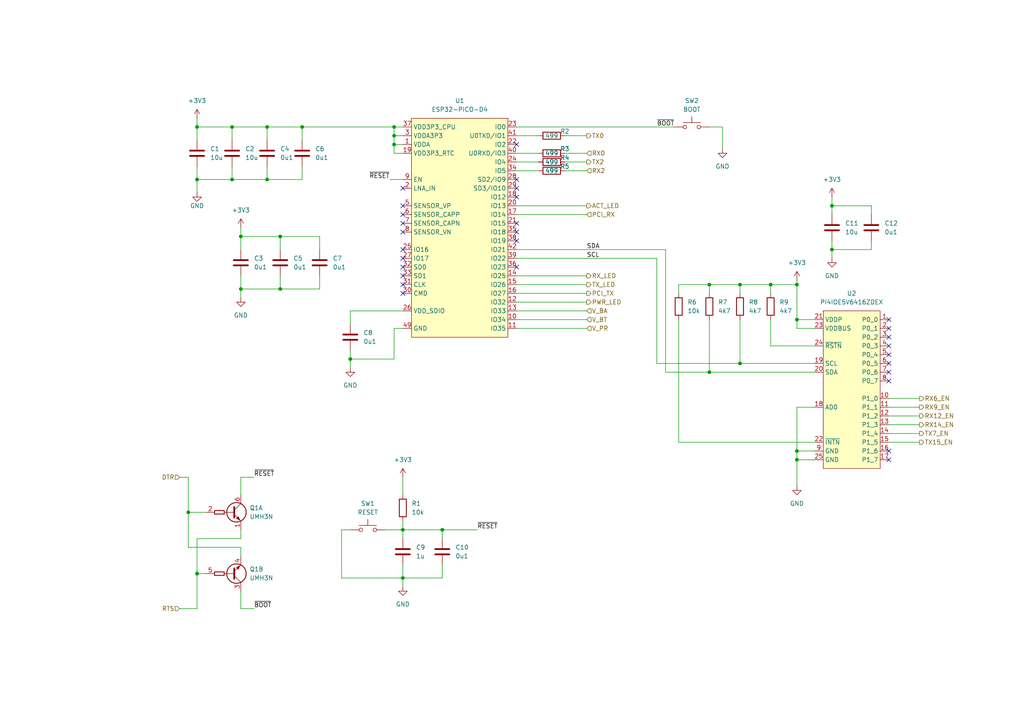
<source format=kicad_sch>
(kicad_sch (version 20211123) (generator eeschema)

  (uuid 086bfa0c-fda6-41e4-9827-c289603fca36)

  (paper "A4")

  (title_block
    (title "TJ Diag")
    (date "2023-07-01")
    (rev "V1.00")
    (company "andy@britishideas.com")
    (comment 1 "V210/ChryslerScanner_V210/schematic/ChryslerScanner_V210_schematic.pdf")
    (comment 2 "Developed From: https://github.com/laszlodaniel/ChryslerScanner/blob/master/PCB/")
    (comment 3 "GPL V3 LICENSE")
  )

  (lib_symbols
    (symbol "ChryslerScanner:ESP32-PICO-D4" (in_bom yes) (on_board yes)
      (property "Reference" "U" (id 0) (at 1.27 34.29 0)
        (effects (font (size 1.27 1.27)))
      )
      (property "Value" "ESP32-PICO-D4" (id 1) (at 7.62 -31.75 0)
        (effects (font (size 1.27 1.27)))
      )
      (property "Footprint" "" (id 2) (at 0 -2.54 0)
        (effects (font (size 1.27 1.27)) hide)
      )
      (property "Datasheet" "" (id 3) (at 0 -2.54 0)
        (effects (font (size 1.27 1.27)) hide)
      )
      (symbol "ESP32-PICO-D4_0_1"
        (rectangle (start 0 -30.48) (end 27.94 33.02)
          (stroke (width 0) (type default) (color 0 0 0 0))
          (fill (type background))
        )
      )
      (symbol "ESP32-PICO-D4_1_1"
        (pin power_in line (at -2.54 25.4 0) (length 2.54)
          (name "VDDA" (effects (font (size 1.27 1.27))))
          (number "1" (effects (font (size 1.27 1.27))))
        )
        (pin passive line (at 30.48 -25.4 180) (length 2.54)
          (name "IO34" (effects (font (size 1.27 1.27))))
          (number "10" (effects (font (size 1.27 1.27))))
        )
        (pin passive line (at 30.48 -27.94 180) (length 2.54)
          (name "IO35" (effects (font (size 1.27 1.27))))
          (number "11" (effects (font (size 1.27 1.27))))
        )
        (pin passive line (at 30.48 -20.32 180) (length 2.54)
          (name "IO32" (effects (font (size 1.27 1.27))))
          (number "12" (effects (font (size 1.27 1.27))))
        )
        (pin passive line (at 30.48 -22.86 180) (length 2.54)
          (name "IO33" (effects (font (size 1.27 1.27))))
          (number "13" (effects (font (size 1.27 1.27))))
        )
        (pin passive line (at 30.48 -12.7 180) (length 2.54)
          (name "IO25" (effects (font (size 1.27 1.27))))
          (number "14" (effects (font (size 1.27 1.27))))
        )
        (pin passive line (at 30.48 -15.24 180) (length 2.54)
          (name "IO26" (effects (font (size 1.27 1.27))))
          (number "15" (effects (font (size 1.27 1.27))))
        )
        (pin passive line (at 30.48 -17.78 180) (length 2.54)
          (name "IO27" (effects (font (size 1.27 1.27))))
          (number "16" (effects (font (size 1.27 1.27))))
        )
        (pin passive line (at 30.48 5.08 180) (length 2.54)
          (name "IO14" (effects (font (size 1.27 1.27))))
          (number "17" (effects (font (size 1.27 1.27))))
        )
        (pin passive line (at 30.48 10.16 180) (length 2.54)
          (name "IO12" (effects (font (size 1.27 1.27))))
          (number "18" (effects (font (size 1.27 1.27))))
        )
        (pin power_in line (at -2.54 22.86 0) (length 2.54)
          (name "VDD3P3_RTC" (effects (font (size 1.27 1.27))))
          (number "19" (effects (font (size 1.27 1.27))))
        )
        (pin input line (at -2.54 12.7 0) (length 2.54)
          (name "LNA_IN" (effects (font (size 1.27 1.27))))
          (number "2" (effects (font (size 1.27 1.27))))
        )
        (pin passive line (at 30.48 7.62 180) (length 2.54)
          (name "IO13" (effects (font (size 1.27 1.27))))
          (number "20" (effects (font (size 1.27 1.27))))
        )
        (pin passive line (at 30.48 2.54 180) (length 2.54)
          (name "IO15" (effects (font (size 1.27 1.27))))
          (number "21" (effects (font (size 1.27 1.27))))
        )
        (pin passive line (at 30.48 25.4 180) (length 2.54)
          (name "IO2" (effects (font (size 1.27 1.27))))
          (number "22" (effects (font (size 1.27 1.27))))
        )
        (pin passive line (at 30.48 30.48 180) (length 2.54)
          (name "IO0" (effects (font (size 1.27 1.27))))
          (number "23" (effects (font (size 1.27 1.27))))
        )
        (pin passive line (at 30.48 20.32 180) (length 2.54)
          (name "IO4" (effects (font (size 1.27 1.27))))
          (number "24" (effects (font (size 1.27 1.27))))
        )
        (pin passive line (at -2.54 -5.08 0) (length 2.54)
          (name "IO16" (effects (font (size 1.27 1.27))))
          (number "25" (effects (font (size 1.27 1.27))))
        )
        (pin power_in line (at -2.54 -22.86 0) (length 2.54)
          (name "VDD_SDIO" (effects (font (size 1.27 1.27))))
          (number "26" (effects (font (size 1.27 1.27))))
        )
        (pin passive line (at -2.54 -7.62 0) (length 2.54)
          (name "IO17" (effects (font (size 1.27 1.27))))
          (number "27" (effects (font (size 1.27 1.27))))
        )
        (pin passive line (at 30.48 15.24 180) (length 2.54)
          (name "SD2/IO9" (effects (font (size 1.27 1.27))))
          (number "28" (effects (font (size 1.27 1.27))))
        )
        (pin passive line (at 30.48 12.7 180) (length 2.54)
          (name "SD3/IO10" (effects (font (size 1.27 1.27))))
          (number "29" (effects (font (size 1.27 1.27))))
        )
        (pin power_in line (at -2.54 27.94 0) (length 2.54)
          (name "VDDA3P3" (effects (font (size 1.27 1.27))))
          (number "3" (effects (font (size 1.27 1.27))))
        )
        (pin passive line (at -2.54 -17.78 0) (length 2.54)
          (name "CMD" (effects (font (size 1.27 1.27))))
          (number "30" (effects (font (size 1.27 1.27))))
        )
        (pin passive line (at -2.54 -15.24 0) (length 2.54)
          (name "CLK" (effects (font (size 1.27 1.27))))
          (number "31" (effects (font (size 1.27 1.27))))
        )
        (pin passive line (at -2.54 -10.16 0) (length 2.54)
          (name "SD0" (effects (font (size 1.27 1.27))))
          (number "32" (effects (font (size 1.27 1.27))))
        )
        (pin passive line (at -2.54 -12.7 0) (length 2.54)
          (name "SD1" (effects (font (size 1.27 1.27))))
          (number "33" (effects (font (size 1.27 1.27))))
        )
        (pin passive line (at 30.48 17.78 180) (length 2.54)
          (name "IO5" (effects (font (size 1.27 1.27))))
          (number "34" (effects (font (size 1.27 1.27))))
        )
        (pin passive line (at 30.48 0 180) (length 2.54)
          (name "IO18" (effects (font (size 1.27 1.27))))
          (number "35" (effects (font (size 1.27 1.27))))
        )
        (pin passive line (at 30.48 -10.16 180) (length 2.54)
          (name "IO23" (effects (font (size 1.27 1.27))))
          (number "36" (effects (font (size 1.27 1.27))))
        )
        (pin power_in line (at -2.54 30.48 0) (length 2.54)
          (name "VDD3P3_CPU" (effects (font (size 1.27 1.27))))
          (number "37" (effects (font (size 1.27 1.27))))
        )
        (pin passive line (at 30.48 -2.54 180) (length 2.54)
          (name "IO19" (effects (font (size 1.27 1.27))))
          (number "38" (effects (font (size 1.27 1.27))))
        )
        (pin passive line (at 30.48 -7.62 180) (length 2.54)
          (name "IO22" (effects (font (size 1.27 1.27))))
          (number "39" (effects (font (size 1.27 1.27))))
        )
        (pin passive line (at 30.48 22.86 180) (length 2.54)
          (name "U0RXD/IO3" (effects (font (size 1.27 1.27))))
          (number "40" (effects (font (size 1.27 1.27))))
        )
        (pin passive line (at 30.48 27.94 180) (length 2.54)
          (name "U0TXD/IO1" (effects (font (size 1.27 1.27))))
          (number "41" (effects (font (size 1.27 1.27))))
        )
        (pin passive line (at 30.48 -5.08 180) (length 2.54)
          (name "IO21" (effects (font (size 1.27 1.27))))
          (number "42" (effects (font (size 1.27 1.27))))
        )
        (pin power_in line (at -2.54 -27.94 0) (length 2.54)
          (name "GND" (effects (font (size 1.27 1.27))))
          (number "49" (effects (font (size 1.27 1.27))))
        )
        (pin passive line (at -2.54 7.62 0) (length 2.54)
          (name "SENSOR_VP" (effects (font (size 1.27 1.27))))
          (number "5" (effects (font (size 1.27 1.27))))
        )
        (pin passive line (at -2.54 5.08 0) (length 2.54)
          (name "SENSOR_CAPP" (effects (font (size 1.27 1.27))))
          (number "6" (effects (font (size 1.27 1.27))))
        )
        (pin passive line (at -2.54 2.54 0) (length 2.54)
          (name "SENSOR_CAPN" (effects (font (size 1.27 1.27))))
          (number "7" (effects (font (size 1.27 1.27))))
        )
        (pin passive line (at -2.54 0 0) (length 2.54)
          (name "SENSOR_VN" (effects (font (size 1.27 1.27))))
          (number "8" (effects (font (size 1.27 1.27))))
        )
        (pin passive line (at -2.54 15.24 0) (length 2.54)
          (name "EN" (effects (font (size 1.27 1.27))))
          (number "9" (effects (font (size 1.27 1.27))))
        )
      )
    )
    (symbol "ChryslerScanner:PI4IOE5V6416ZDEX" (in_bom yes) (on_board yes)
      (property "Reference" "U" (id 0) (at -3.81 54.61 0)
        (effects (font (size 1.27 1.27)))
      )
      (property "Value" "PI4IOE5V6416ZDEX" (id 1) (at 3.81 6.35 0)
        (effects (font (size 1.27 1.27)))
      )
      (property "Footprint" "" (id 2) (at 0 0 0)
        (effects (font (size 1.27 1.27)) hide)
      )
      (property "Datasheet" "" (id 3) (at 0 0 0)
        (effects (font (size 1.27 1.27)) hide)
      )
      (property "manf#" "PI4IOE5V6416ZDEX" (id 4) (at 0 0 0)
        (effects (font (size 1.27 1.27)))
      )
      (symbol "PI4IOE5V6416ZDEX_0_1"
        (rectangle (start -5.08 7.62) (end 11.43 53.34)
          (stroke (width 0) (type default) (color 0 0 0 0))
          (fill (type background))
        )
      )
      (symbol "PI4IOE5V6416ZDEX_1_1"
        (pin passive line (at 13.97 50.8 180) (length 2.54)
          (name "P0_0" (effects (font (size 1.27 1.27))))
          (number "1" (effects (font (size 1.27 1.27))))
        )
        (pin passive line (at 13.97 27.94 180) (length 2.54)
          (name "P1_0" (effects (font (size 1.27 1.27))))
          (number "10" (effects (font (size 1.27 1.27))))
        )
        (pin passive line (at 13.97 25.4 180) (length 2.54)
          (name "P1_1" (effects (font (size 1.27 1.27))))
          (number "11" (effects (font (size 1.27 1.27))))
        )
        (pin passive line (at 13.97 22.86 180) (length 2.54)
          (name "P1_2" (effects (font (size 1.27 1.27))))
          (number "12" (effects (font (size 1.27 1.27))))
        )
        (pin passive line (at 13.97 20.32 180) (length 2.54)
          (name "P1_3" (effects (font (size 1.27 1.27))))
          (number "13" (effects (font (size 1.27 1.27))))
        )
        (pin passive line (at 13.97 17.78 180) (length 2.54)
          (name "P1_4" (effects (font (size 1.27 1.27))))
          (number "14" (effects (font (size 1.27 1.27))))
        )
        (pin passive line (at 13.97 15.24 180) (length 2.54)
          (name "P1_5" (effects (font (size 1.27 1.27))))
          (number "15" (effects (font (size 1.27 1.27))))
        )
        (pin passive line (at 13.97 12.7 180) (length 2.54)
          (name "P1_6" (effects (font (size 1.27 1.27))))
          (number "16" (effects (font (size 1.27 1.27))))
        )
        (pin passive line (at 13.97 10.16 180) (length 2.54)
          (name "P1_7" (effects (font (size 1.27 1.27))))
          (number "17" (effects (font (size 1.27 1.27))))
        )
        (pin input line (at -7.62 25.4 0) (length 2.54)
          (name "AD0" (effects (font (size 1.27 1.27))))
          (number "18" (effects (font (size 1.27 1.27))))
        )
        (pin input line (at -7.62 38.1 0) (length 2.54)
          (name "SCL" (effects (font (size 1.27 1.27))))
          (number "19" (effects (font (size 1.27 1.27))))
        )
        (pin passive line (at 13.97 48.26 180) (length 2.54)
          (name "P0_1" (effects (font (size 1.27 1.27))))
          (number "2" (effects (font (size 1.27 1.27))))
        )
        (pin bidirectional line (at -7.62 35.56 0) (length 2.54)
          (name "SDA" (effects (font (size 1.27 1.27))))
          (number "20" (effects (font (size 1.27 1.27))))
        )
        (pin power_in line (at -7.62 50.8 0) (length 2.54)
          (name "VDDP" (effects (font (size 1.27 1.27))))
          (number "21" (effects (font (size 1.27 1.27))))
        )
        (pin output line (at -7.62 15.24 0) (length 2.54)
          (name "~{INTN}" (effects (font (size 1.27 1.27))))
          (number "22" (effects (font (size 1.27 1.27))))
        )
        (pin power_in line (at -7.62 48.26 0) (length 2.54)
          (name "VDDBUS" (effects (font (size 1.27 1.27))))
          (number "23" (effects (font (size 1.27 1.27))))
        )
        (pin input line (at -7.62 43.18 0) (length 2.54)
          (name "~{RSTN}" (effects (font (size 1.27 1.27))))
          (number "24" (effects (font (size 1.27 1.27))))
        )
        (pin power_in line (at -7.62 10.16 0) (length 2.54)
          (name "GND" (effects (font (size 1.27 1.27))))
          (number "25" (effects (font (size 1.27 1.27))))
        )
        (pin passive line (at 13.97 45.72 180) (length 2.54)
          (name "P0_2" (effects (font (size 1.27 1.27))))
          (number "3" (effects (font (size 1.27 1.27))))
        )
        (pin passive line (at 13.97 43.18 180) (length 2.54)
          (name "P0_3" (effects (font (size 1.27 1.27))))
          (number "4" (effects (font (size 1.27 1.27))))
        )
        (pin passive line (at 13.97 40.64 180) (length 2.54)
          (name "P0_4" (effects (font (size 1.27 1.27))))
          (number "5" (effects (font (size 1.27 1.27))))
        )
        (pin passive line (at 13.97 38.1 180) (length 2.54)
          (name "P0_5" (effects (font (size 1.27 1.27))))
          (number "6" (effects (font (size 1.27 1.27))))
        )
        (pin passive line (at 13.97 35.56 180) (length 2.54)
          (name "P0_6" (effects (font (size 1.27 1.27))))
          (number "7" (effects (font (size 1.27 1.27))))
        )
        (pin passive line (at 13.97 33.02 180) (length 2.54)
          (name "P0_7" (effects (font (size 1.27 1.27))))
          (number "8" (effects (font (size 1.27 1.27))))
        )
        (pin power_in line (at -7.62 12.7 0) (length 2.54)
          (name "GND" (effects (font (size 1.27 1.27))))
          (number "9" (effects (font (size 1.27 1.27))))
        )
      )
    )
    (symbol "Device:C" (pin_numbers hide) (pin_names (offset 0.254)) (in_bom yes) (on_board yes)
      (property "Reference" "C" (id 0) (at 0.635 2.54 0)
        (effects (font (size 1.27 1.27)) (justify left))
      )
      (property "Value" "C" (id 1) (at 0.635 -2.54 0)
        (effects (font (size 1.27 1.27)) (justify left))
      )
      (property "Footprint" "" (id 2) (at 0.9652 -3.81 0)
        (effects (font (size 1.27 1.27)) hide)
      )
      (property "Datasheet" "~" (id 3) (at 0 0 0)
        (effects (font (size 1.27 1.27)) hide)
      )
      (property "ki_keywords" "cap capacitor" (id 4) (at 0 0 0)
        (effects (font (size 1.27 1.27)) hide)
      )
      (property "ki_description" "Unpolarized capacitor" (id 5) (at 0 0 0)
        (effects (font (size 1.27 1.27)) hide)
      )
      (property "ki_fp_filters" "C_*" (id 6) (at 0 0 0)
        (effects (font (size 1.27 1.27)) hide)
      )
      (symbol "C_0_1"
        (polyline
          (pts
            (xy -2.032 -0.762)
            (xy 2.032 -0.762)
          )
          (stroke (width 0.508) (type default) (color 0 0 0 0))
          (fill (type none))
        )
        (polyline
          (pts
            (xy -2.032 0.762)
            (xy 2.032 0.762)
          )
          (stroke (width 0.508) (type default) (color 0 0 0 0))
          (fill (type none))
        )
      )
      (symbol "C_1_1"
        (pin passive line (at 0 3.81 270) (length 2.794)
          (name "~" (effects (font (size 1.27 1.27))))
          (number "1" (effects (font (size 1.27 1.27))))
        )
        (pin passive line (at 0 -3.81 90) (length 2.794)
          (name "~" (effects (font (size 1.27 1.27))))
          (number "2" (effects (font (size 1.27 1.27))))
        )
      )
    )
    (symbol "Device:R" (pin_numbers hide) (pin_names (offset 0)) (in_bom yes) (on_board yes)
      (property "Reference" "R" (id 0) (at 2.032 0 90)
        (effects (font (size 1.27 1.27)))
      )
      (property "Value" "R" (id 1) (at 0 0 90)
        (effects (font (size 1.27 1.27)))
      )
      (property "Footprint" "" (id 2) (at -1.778 0 90)
        (effects (font (size 1.27 1.27)) hide)
      )
      (property "Datasheet" "~" (id 3) (at 0 0 0)
        (effects (font (size 1.27 1.27)) hide)
      )
      (property "ki_keywords" "R res resistor" (id 4) (at 0 0 0)
        (effects (font (size 1.27 1.27)) hide)
      )
      (property "ki_description" "Resistor" (id 5) (at 0 0 0)
        (effects (font (size 1.27 1.27)) hide)
      )
      (property "ki_fp_filters" "R_*" (id 6) (at 0 0 0)
        (effects (font (size 1.27 1.27)) hide)
      )
      (symbol "R_0_1"
        (rectangle (start -1.016 -2.54) (end 1.016 2.54)
          (stroke (width 0.254) (type default) (color 0 0 0 0))
          (fill (type none))
        )
      )
      (symbol "R_1_1"
        (pin passive line (at 0 3.81 270) (length 1.27)
          (name "~" (effects (font (size 1.27 1.27))))
          (number "1" (effects (font (size 1.27 1.27))))
        )
        (pin passive line (at 0 -3.81 90) (length 1.27)
          (name "~" (effects (font (size 1.27 1.27))))
          (number "2" (effects (font (size 1.27 1.27))))
        )
      )
    )
    (symbol "Switch:SW_Push" (pin_numbers hide) (pin_names (offset 1.016) hide) (in_bom yes) (on_board yes)
      (property "Reference" "SW" (id 0) (at 1.27 2.54 0)
        (effects (font (size 1.27 1.27)) (justify left))
      )
      (property "Value" "SW_Push" (id 1) (at 0 -1.524 0)
        (effects (font (size 1.27 1.27)))
      )
      (property "Footprint" "" (id 2) (at 0 5.08 0)
        (effects (font (size 1.27 1.27)) hide)
      )
      (property "Datasheet" "~" (id 3) (at 0 5.08 0)
        (effects (font (size 1.27 1.27)) hide)
      )
      (property "ki_keywords" "switch normally-open pushbutton push-button" (id 4) (at 0 0 0)
        (effects (font (size 1.27 1.27)) hide)
      )
      (property "ki_description" "Push button switch, generic, two pins" (id 5) (at 0 0 0)
        (effects (font (size 1.27 1.27)) hide)
      )
      (symbol "SW_Push_0_1"
        (circle (center -2.032 0) (radius 0.508)
          (stroke (width 0) (type default) (color 0 0 0 0))
          (fill (type none))
        )
        (polyline
          (pts
            (xy 0 1.27)
            (xy 0 3.048)
          )
          (stroke (width 0) (type default) (color 0 0 0 0))
          (fill (type none))
        )
        (polyline
          (pts
            (xy 2.54 1.27)
            (xy -2.54 1.27)
          )
          (stroke (width 0) (type default) (color 0 0 0 0))
          (fill (type none))
        )
        (circle (center 2.032 0) (radius 0.508)
          (stroke (width 0) (type default) (color 0 0 0 0))
          (fill (type none))
        )
        (pin passive line (at -5.08 0 0) (length 2.54)
          (name "1" (effects (font (size 1.27 1.27))))
          (number "1" (effects (font (size 1.27 1.27))))
        )
        (pin passive line (at 5.08 0 180) (length 2.54)
          (name "2" (effects (font (size 1.27 1.27))))
          (number "2" (effects (font (size 1.27 1.27))))
        )
      )
    )
    (symbol "Transistor_BJT:UMH3N" (pin_names hide) (in_bom yes) (on_board yes)
      (property "Reference" "Q" (id 0) (at 7.62 1.27 0)
        (effects (font (size 1.27 1.27)) (justify left))
      )
      (property "Value" "UMH3N" (id 1) (at 7.62 -1.27 0)
        (effects (font (size 1.27 1.27)) (justify left))
      )
      (property "Footprint" "Package_TO_SOT_SMD:SOT-363_SC-70-6" (id 2) (at 0.127 -11.176 0)
        (effects (font (size 1.27 1.27)) hide)
      )
      (property "Datasheet" "http://rohmfs.rohm.com/en/products/databook/datasheet/discrete/transistor/digital/emh3t2r-e.pdf" (id 3) (at 3.81 0 0)
        (effects (font (size 1.27 1.27)) hide)
      )
      (property "ki_keywords" "Dual NPN Transistor" (id 4) (at 0 0 0)
        (effects (font (size 1.27 1.27)) hide)
      )
      (property "ki_description" "0.1A Ic, 50V Vce, Dual NPN Input Resistor Transistors, SOT-363" (id 5) (at 0 0 0)
        (effects (font (size 1.27 1.27)) hide)
      )
      (property "ki_fp_filters" "SOT?363*" (id 6) (at 0 0 0)
        (effects (font (size 1.27 1.27)) hide)
      )
      (symbol "UMH3N_0_1"
        (polyline
          (pts
            (xy 3.175 0)
            (xy 0.254 0)
          )
          (stroke (width 0) (type default) (color 0 0 0 0))
          (fill (type none))
        )
        (polyline
          (pts
            (xy 3.175 0.635)
            (xy 5.08 2.54)
          )
          (stroke (width 0) (type default) (color 0 0 0 0))
          (fill (type none))
        )
        (polyline
          (pts
            (xy 3.175 1.524)
            (xy 3.175 -1.524)
          )
          (stroke (width 0.508) (type default) (color 0 0 0 0))
          (fill (type none))
        )
        (polyline
          (pts
            (xy 3.175 -0.635)
            (xy 5.08 -2.54)
            (xy 5.08 -2.54)
          )
          (stroke (width 0) (type default) (color 0 0 0 0))
          (fill (type none))
        )
        (polyline
          (pts
            (xy 3.81 -1.778)
            (xy 4.318 -1.27)
            (xy 4.826 -2.286)
            (xy 3.81 -1.778)
            (xy 3.81 -1.778)
          )
          (stroke (width 0) (type default) (color 0 0 0 0))
          (fill (type outline))
        )
        (rectangle (start 0.254 0.508) (end -2.54 -0.508)
          (stroke (width 0.254) (type default) (color 0 0 0 0))
          (fill (type none))
        )
        (circle (center 3.81 0) (radius 2.8194)
          (stroke (width 0.254) (type default) (color 0 0 0 0))
          (fill (type none))
        )
      )
      (symbol "UMH3N_1_1"
        (pin passive line (at 5.08 -5.08 90) (length 2.54)
          (name "E1" (effects (font (size 1.27 1.27))))
          (number "1" (effects (font (size 1.27 1.27))))
        )
        (pin input line (at -5.08 0 0) (length 2.54)
          (name "B1" (effects (font (size 1.27 1.27))))
          (number "2" (effects (font (size 1.27 1.27))))
        )
        (pin passive line (at 5.08 5.08 270) (length 2.54)
          (name "C1" (effects (font (size 1.27 1.27))))
          (number "6" (effects (font (size 1.27 1.27))))
        )
      )
      (symbol "UMH3N_2_1"
        (pin passive line (at 5.08 5.08 270) (length 2.54)
          (name "C2" (effects (font (size 1.27 1.27))))
          (number "3" (effects (font (size 1.27 1.27))))
        )
        (pin passive line (at 5.08 -5.08 90) (length 2.54)
          (name "E2" (effects (font (size 1.27 1.27))))
          (number "4" (effects (font (size 1.27 1.27))))
        )
        (pin input line (at -5.08 0 0) (length 2.54)
          (name "B2" (effects (font (size 1.27 1.27))))
          (number "5" (effects (font (size 1.27 1.27))))
        )
      )
    )
    (symbol "power:+3V3" (power) (pin_names (offset 0)) (in_bom yes) (on_board yes)
      (property "Reference" "#PWR" (id 0) (at 0 -3.81 0)
        (effects (font (size 1.27 1.27)) hide)
      )
      (property "Value" "+3V3" (id 1) (at 0 3.556 0)
        (effects (font (size 1.27 1.27)))
      )
      (property "Footprint" "" (id 2) (at 0 0 0)
        (effects (font (size 1.27 1.27)) hide)
      )
      (property "Datasheet" "" (id 3) (at 0 0 0)
        (effects (font (size 1.27 1.27)) hide)
      )
      (property "ki_keywords" "power-flag" (id 4) (at 0 0 0)
        (effects (font (size 1.27 1.27)) hide)
      )
      (property "ki_description" "Power symbol creates a global label with name \"+3V3\"" (id 5) (at 0 0 0)
        (effects (font (size 1.27 1.27)) hide)
      )
      (symbol "+3V3_0_1"
        (polyline
          (pts
            (xy -0.762 1.27)
            (xy 0 2.54)
          )
          (stroke (width 0) (type default) (color 0 0 0 0))
          (fill (type none))
        )
        (polyline
          (pts
            (xy 0 0)
            (xy 0 2.54)
          )
          (stroke (width 0) (type default) (color 0 0 0 0))
          (fill (type none))
        )
        (polyline
          (pts
            (xy 0 2.54)
            (xy 0.762 1.27)
          )
          (stroke (width 0) (type default) (color 0 0 0 0))
          (fill (type none))
        )
      )
      (symbol "+3V3_1_1"
        (pin power_in line (at 0 0 90) (length 0) hide
          (name "+3V3" (effects (font (size 1.27 1.27))))
          (number "1" (effects (font (size 1.27 1.27))))
        )
      )
    )
    (symbol "power:GND" (power) (pin_names (offset 0)) (in_bom yes) (on_board yes)
      (property "Reference" "#PWR" (id 0) (at 0 -6.35 0)
        (effects (font (size 1.27 1.27)) hide)
      )
      (property "Value" "GND" (id 1) (at 0 -3.81 0)
        (effects (font (size 1.27 1.27)))
      )
      (property "Footprint" "" (id 2) (at 0 0 0)
        (effects (font (size 1.27 1.27)) hide)
      )
      (property "Datasheet" "" (id 3) (at 0 0 0)
        (effects (font (size 1.27 1.27)) hide)
      )
      (property "ki_keywords" "power-flag" (id 4) (at 0 0 0)
        (effects (font (size 1.27 1.27)) hide)
      )
      (property "ki_description" "Power symbol creates a global label with name \"GND\" , ground" (id 5) (at 0 0 0)
        (effects (font (size 1.27 1.27)) hide)
      )
      (symbol "GND_0_1"
        (polyline
          (pts
            (xy 0 0)
            (xy 0 -1.27)
            (xy 1.27 -1.27)
            (xy 0 -2.54)
            (xy -1.27 -1.27)
            (xy 0 -1.27)
          )
          (stroke (width 0) (type default) (color 0 0 0 0))
          (fill (type none))
        )
      )
      (symbol "GND_1_1"
        (pin power_in line (at 0 0 270) (length 0) hide
          (name "GND" (effects (font (size 1.27 1.27))))
          (number "1" (effects (font (size 1.27 1.27))))
        )
      )
    )
  )

  (junction (at 54.61 148.59) (diameter 0) (color 0 0 0 0)
    (uuid 1433a506-522d-4658-a302-57e303b0716c)
  )
  (junction (at 116.84 153.67) (diameter 0) (color 0 0 0 0)
    (uuid 1974d6b4-f6aa-4f69-b96e-2286245fef43)
  )
  (junction (at 69.85 68.58) (diameter 0) (color 0 0 0 0)
    (uuid 267f9d89-289d-46cc-8806-3a725a1244e5)
  )
  (junction (at 87.63 36.83) (diameter 0) (color 0 0 0 0)
    (uuid 28abd802-f0c2-45bf-a727-c4849a405f54)
  )
  (junction (at 57.15 52.07) (diameter 0) (color 0 0 0 0)
    (uuid 33bcd544-90d1-4aaa-8602-2b2e9dce0ee7)
  )
  (junction (at 128.27 153.67) (diameter 0) (color 0 0 0 0)
    (uuid 36e1d125-fd6c-4c7b-9c01-020085876c5f)
  )
  (junction (at 231.14 130.81) (diameter 0) (color 0 0 0 0)
    (uuid 3e3e95ba-9d88-4932-ac2c-6fe152592754)
  )
  (junction (at 77.47 36.83) (diameter 0) (color 0 0 0 0)
    (uuid 43716ba6-f619-435f-a2a9-584b275e53b9)
  )
  (junction (at 69.85 83.82) (diameter 0) (color 0 0 0 0)
    (uuid 48ed9b68-2461-48af-a200-136bbe3bf08e)
  )
  (junction (at 81.28 83.82) (diameter 0) (color 0 0 0 0)
    (uuid 4d2b57b0-412e-452a-aa5e-791f6fbe1b3b)
  )
  (junction (at 205.74 107.95) (diameter 0) (color 0 0 0 0)
    (uuid 511bb06f-9f06-4c26-bc78-be61d4fc2cfe)
  )
  (junction (at 116.84 167.64) (diameter 0) (color 0 0 0 0)
    (uuid 588a93e5-a0aa-4a11-83bb-e2fe10738482)
  )
  (junction (at 57.15 36.83) (diameter 0) (color 0 0 0 0)
    (uuid 5b92ecc2-4b8a-43a9-93c3-1ef015e76b0d)
  )
  (junction (at 101.6 104.14) (diameter 0) (color 0 0 0 0)
    (uuid 5e4fb756-9395-47d8-b320-82b9178f2df4)
  )
  (junction (at 214.63 105.41) (diameter 0) (color 0 0 0 0)
    (uuid 75bc6955-f7e4-41a0-bc22-99159a421f5b)
  )
  (junction (at 205.74 82.55) (diameter 0) (color 0 0 0 0)
    (uuid 777d6c5f-e750-4121-9b74-a2a0e7b97cd3)
  )
  (junction (at 57.15 166.37) (diameter 0) (color 0 0 0 0)
    (uuid 9d54c9c6-99dd-4adf-b43a-9c98ea0decdf)
  )
  (junction (at 114.3 39.37) (diameter 0) (color 0 0 0 0)
    (uuid ae83c226-77b8-47fd-a25a-932901f03276)
  )
  (junction (at 114.3 41.91) (diameter 0) (color 0 0 0 0)
    (uuid bc9da94a-bd7b-47bf-befe-632e3a02b8c3)
  )
  (junction (at 241.3 72.39) (diameter 0) (color 0 0 0 0)
    (uuid be747786-1e6e-424e-ad12-59fe904bf7d5)
  )
  (junction (at 223.52 82.55) (diameter 0) (color 0 0 0 0)
    (uuid c11633cd-f851-4665-8f5b-a14331fc5485)
  )
  (junction (at 231.14 133.35) (diameter 0) (color 0 0 0 0)
    (uuid c60d2e64-c6a0-4eb3-97fb-a22d32f5c965)
  )
  (junction (at 231.14 92.71) (diameter 0) (color 0 0 0 0)
    (uuid c74825fd-244c-4119-8d5b-6ef92cdf0409)
  )
  (junction (at 77.47 52.07) (diameter 0) (color 0 0 0 0)
    (uuid d016b1da-a9d4-4772-a8de-e13366a398d7)
  )
  (junction (at 67.31 52.07) (diameter 0) (color 0 0 0 0)
    (uuid da1ed59c-dd8d-4abd-9dbc-c0e8ea85114a)
  )
  (junction (at 214.63 82.55) (diameter 0) (color 0 0 0 0)
    (uuid ef87e15e-4ea7-43cb-afa1-78ac56ead00c)
  )
  (junction (at 241.3 59.69) (diameter 0) (color 0 0 0 0)
    (uuid f29467bc-b0c1-4990-87de-9d2831f8327a)
  )
  (junction (at 114.3 36.83) (diameter 0) (color 0 0 0 0)
    (uuid f38c5ca5-3ff5-43a6-be54-b32883dd7b3f)
  )
  (junction (at 67.31 36.83) (diameter 0) (color 0 0 0 0)
    (uuid fd077abc-1deb-4762-b5bf-41102085301c)
  )
  (junction (at 231.14 82.55) (diameter 0) (color 0 0 0 0)
    (uuid fdfb0f95-c448-4872-9bec-038ef5572294)
  )
  (junction (at 81.28 68.58) (diameter 0) (color 0 0 0 0)
    (uuid fedd2305-7da1-48e0-bb09-c4cebc84de2f)
  )

  (no_connect (at 149.86 77.47) (uuid 4058ed82-0517-4ab7-9f51-96c1095be3bf))
  (no_connect (at 149.86 67.31) (uuid 4058ed82-0517-4ab7-9f51-96c1095be3c0))
  (no_connect (at 149.86 69.85) (uuid 4058ed82-0517-4ab7-9f51-96c1095be3c1))
  (no_connect (at 257.81 130.81) (uuid 865037a8-95b5-4c1c-9de8-76479e1f2f0b))
  (no_connect (at 257.81 133.35) (uuid 865037a8-95b5-4c1c-9de8-76479e1f2f0c))
  (no_connect (at 116.84 74.93) (uuid a566ec48-5380-419b-bd0e-cd0cfab976f3))
  (no_connect (at 116.84 77.47) (uuid a566ec48-5380-419b-bd0e-cd0cfab976f4))
  (no_connect (at 116.84 82.55) (uuid a566ec48-5380-419b-bd0e-cd0cfab976f5))
  (no_connect (at 116.84 67.31) (uuid a566ec48-5380-419b-bd0e-cd0cfab976f6))
  (no_connect (at 116.84 72.39) (uuid a566ec48-5380-419b-bd0e-cd0cfab976f7))
  (no_connect (at 116.84 80.01) (uuid a566ec48-5380-419b-bd0e-cd0cfab976f8))
  (no_connect (at 116.84 59.69) (uuid a566ec48-5380-419b-bd0e-cd0cfab976f9))
  (no_connect (at 116.84 64.77) (uuid a566ec48-5380-419b-bd0e-cd0cfab976fa))
  (no_connect (at 116.84 85.09) (uuid a566ec48-5380-419b-bd0e-cd0cfab976fb))
  (no_connect (at 116.84 62.23) (uuid a566ec48-5380-419b-bd0e-cd0cfab976fc))
  (no_connect (at 149.86 41.91) (uuid a566ec48-5380-419b-bd0e-cd0cfab976fd))
  (no_connect (at 149.86 52.07) (uuid a566ec48-5380-419b-bd0e-cd0cfab976fe))
  (no_connect (at 149.86 54.61) (uuid a566ec48-5380-419b-bd0e-cd0cfab976ff))
  (no_connect (at 149.86 64.77) (uuid a566ec48-5380-419b-bd0e-cd0cfab97700))
  (no_connect (at 149.86 57.15) (uuid a566ec48-5380-419b-bd0e-cd0cfab97701))
  (no_connect (at 257.81 102.87) (uuid bafd8792-1340-4e86-943f-c908ad6cf703))
  (no_connect (at 257.81 92.71) (uuid bafd8792-1340-4e86-943f-c908ad6cf703))
  (no_connect (at 257.81 105.41) (uuid bafd8792-1340-4e86-943f-c908ad6cf703))
  (no_connect (at 257.81 107.95) (uuid bafd8792-1340-4e86-943f-c908ad6cf703))
  (no_connect (at 257.81 95.25) (uuid bafd8792-1340-4e86-943f-c908ad6cf703))
  (no_connect (at 257.81 110.49) (uuid bafd8792-1340-4e86-943f-c908ad6cf703))
  (no_connect (at 257.81 100.33) (uuid bafd8792-1340-4e86-943f-c908ad6cf703))
  (no_connect (at 257.81 97.79) (uuid bafd8792-1340-4e86-943f-c908ad6cf703))
  (no_connect (at 116.84 54.61) (uuid efd870c5-2104-4b42-a470-59f2c6ac0da8))

  (wire (pts (xy 252.73 59.69) (xy 241.3 59.69))
    (stroke (width 0) (type default) (color 0 0 0 0))
    (uuid 00a7b60e-de68-4c57-96f5-44be0cadb880)
  )
  (wire (pts (xy 252.73 72.39) (xy 241.3 72.39))
    (stroke (width 0) (type default) (color 0 0 0 0))
    (uuid 06d40171-a359-468f-ac11-644b9482ae71)
  )
  (wire (pts (xy 69.85 171.45) (xy 69.85 176.53))
    (stroke (width 0) (type default) (color 0 0 0 0))
    (uuid 0722903e-f42c-4ec1-8e80-b424c9883a8d)
  )
  (wire (pts (xy 196.85 128.27) (xy 236.22 128.27))
    (stroke (width 0) (type default) (color 0 0 0 0))
    (uuid 0e9dde0b-2fa8-46d0-8be6-2a2ddc53b27c)
  )
  (wire (pts (xy 128.27 153.67) (xy 138.43 153.67))
    (stroke (width 0) (type default) (color 0 0 0 0))
    (uuid 116cae39-af5f-4b40-aa48-c238a532ce99)
  )
  (wire (pts (xy 128.27 167.64) (xy 116.84 167.64))
    (stroke (width 0) (type default) (color 0 0 0 0))
    (uuid 11a6fd9e-d051-4723-8c77-206e905582c3)
  )
  (wire (pts (xy 209.55 36.83) (xy 205.74 36.83))
    (stroke (width 0) (type default) (color 0 0 0 0))
    (uuid 11c0ddd8-ba10-44e6-bb47-9af9adc76879)
  )
  (wire (pts (xy 116.84 39.37) (xy 114.3 39.37))
    (stroke (width 0) (type default) (color 0 0 0 0))
    (uuid 141d38e4-0365-410d-b6b8-512a6fdec37a)
  )
  (wire (pts (xy 116.84 153.67) (xy 128.27 153.67))
    (stroke (width 0) (type default) (color 0 0 0 0))
    (uuid 15c20af6-1874-434c-b04f-1abf7f1bba69)
  )
  (wire (pts (xy 214.63 82.55) (xy 223.52 82.55))
    (stroke (width 0) (type default) (color 0 0 0 0))
    (uuid 16825490-30ae-4e8f-90da-b9f6cc71a725)
  )
  (wire (pts (xy 231.14 133.35) (xy 231.14 140.97))
    (stroke (width 0) (type default) (color 0 0 0 0))
    (uuid 179beca9-d65b-43cd-9345-8a036997472b)
  )
  (wire (pts (xy 231.14 118.11) (xy 231.14 130.81))
    (stroke (width 0) (type default) (color 0 0 0 0))
    (uuid 19e2b79f-5bdc-477b-a7d4-90bfbcf30c79)
  )
  (wire (pts (xy 252.73 69.85) (xy 252.73 72.39))
    (stroke (width 0) (type default) (color 0 0 0 0))
    (uuid 1d104e26-3aa6-4e1a-8317-740d86972531)
  )
  (wire (pts (xy 77.47 36.83) (xy 77.47 40.64))
    (stroke (width 0) (type default) (color 0 0 0 0))
    (uuid 1e0b088f-fa78-47c5-a0b2-a58b2607fdc8)
  )
  (wire (pts (xy 214.63 82.55) (xy 214.63 85.09))
    (stroke (width 0) (type default) (color 0 0 0 0))
    (uuid 1ee9586d-7b8c-4384-b491-677c6acccf4c)
  )
  (wire (pts (xy 69.85 176.53) (xy 73.66 176.53))
    (stroke (width 0) (type default) (color 0 0 0 0))
    (uuid 233e31a0-c234-4682-adf8-3301c0c716a1)
  )
  (wire (pts (xy 231.14 81.28) (xy 231.14 82.55))
    (stroke (width 0) (type default) (color 0 0 0 0))
    (uuid 2381374c-0583-4c7a-a93c-3cf2101baf47)
  )
  (wire (pts (xy 149.86 39.37) (xy 156.21 39.37))
    (stroke (width 0) (type default) (color 0 0 0 0))
    (uuid 23fe874e-361b-49c5-b419-8eac7fdbb6af)
  )
  (wire (pts (xy 99.06 153.67) (xy 99.06 167.64))
    (stroke (width 0) (type default) (color 0 0 0 0))
    (uuid 247fe931-b44d-41cc-866b-e272bcbd351f)
  )
  (wire (pts (xy 54.61 148.59) (xy 59.69 148.59))
    (stroke (width 0) (type default) (color 0 0 0 0))
    (uuid 27372338-7d04-4b51-bb66-e30a6d09b2d9)
  )
  (wire (pts (xy 236.22 118.11) (xy 231.14 118.11))
    (stroke (width 0) (type default) (color 0 0 0 0))
    (uuid 2826de56-9921-4753-9a81-c74fdd8fe47c)
  )
  (wire (pts (xy 149.86 44.45) (xy 156.21 44.45))
    (stroke (width 0) (type default) (color 0 0 0 0))
    (uuid 2a0e0266-ef71-43c0-9b70-9fba2030881e)
  )
  (wire (pts (xy 81.28 80.01) (xy 81.28 83.82))
    (stroke (width 0) (type default) (color 0 0 0 0))
    (uuid 2d9c0404-df62-4e04-bb50-2900c3fed9df)
  )
  (wire (pts (xy 190.5 74.93) (xy 149.86 74.93))
    (stroke (width 0) (type default) (color 0 0 0 0))
    (uuid 2e1b1abd-bc91-4ba9-a243-f98070b0671d)
  )
  (wire (pts (xy 257.81 123.19) (xy 266.7 123.19))
    (stroke (width 0) (type default) (color 0 0 0 0))
    (uuid 312fe769-19ac-48c8-9a90-ef6d692b1a45)
  )
  (wire (pts (xy 101.6 104.14) (xy 101.6 106.68))
    (stroke (width 0) (type default) (color 0 0 0 0))
    (uuid 315a744a-8f82-4979-a44e-91bc7b107e37)
  )
  (wire (pts (xy 116.84 95.25) (xy 114.3 95.25))
    (stroke (width 0) (type default) (color 0 0 0 0))
    (uuid 316e4dd2-ed02-4b0a-9ab2-85bab68d9dc5)
  )
  (wire (pts (xy 252.73 62.23) (xy 252.73 59.69))
    (stroke (width 0) (type default) (color 0 0 0 0))
    (uuid 334f8018-8c57-496e-a218-dbb8be254af6)
  )
  (wire (pts (xy 214.63 105.41) (xy 214.63 92.71))
    (stroke (width 0) (type default) (color 0 0 0 0))
    (uuid 36099675-e2f6-4c24-8bfa-c509a131e4d6)
  )
  (wire (pts (xy 205.74 107.95) (xy 205.74 92.71))
    (stroke (width 0) (type default) (color 0 0 0 0))
    (uuid 3626c070-995d-46d1-9b69-1f4493d7b8f6)
  )
  (wire (pts (xy 231.14 130.81) (xy 231.14 133.35))
    (stroke (width 0) (type default) (color 0 0 0 0))
    (uuid 366eb6cc-0c0a-4315-8d13-3631b2b76e14)
  )
  (wire (pts (xy 77.47 52.07) (xy 67.31 52.07))
    (stroke (width 0) (type default) (color 0 0 0 0))
    (uuid 36c32e3b-0630-4569-b96e-e859889d3bdb)
  )
  (wire (pts (xy 149.86 90.17) (xy 170.18 90.17))
    (stroke (width 0) (type default) (color 0 0 0 0))
    (uuid 3a1182b7-3389-4cf3-9b35-440e99423450)
  )
  (wire (pts (xy 257.81 118.11) (xy 266.7 118.11))
    (stroke (width 0) (type default) (color 0 0 0 0))
    (uuid 3c939909-563d-4bd8-8803-1d6937c6a09c)
  )
  (wire (pts (xy 67.31 48.26) (xy 67.31 52.07))
    (stroke (width 0) (type default) (color 0 0 0 0))
    (uuid 3e7132f5-c3dd-4478-8793-a350348de279)
  )
  (wire (pts (xy 236.22 95.25) (xy 231.14 95.25))
    (stroke (width 0) (type default) (color 0 0 0 0))
    (uuid 40280011-e106-4f07-b12e-75423604bfcc)
  )
  (wire (pts (xy 149.86 59.69) (xy 170.18 59.69))
    (stroke (width 0) (type default) (color 0 0 0 0))
    (uuid 41db4402-3e0d-45d9-a610-65ba9d47c516)
  )
  (wire (pts (xy 116.84 153.67) (xy 116.84 156.21))
    (stroke (width 0) (type default) (color 0 0 0 0))
    (uuid 4338fddd-17dd-4b39-ac96-bc0d9b8e058b)
  )
  (wire (pts (xy 101.6 90.17) (xy 101.6 93.98))
    (stroke (width 0) (type default) (color 0 0 0 0))
    (uuid 4423b586-64f0-4056-a45a-3db1bf74d3d5)
  )
  (wire (pts (xy 257.81 125.73) (xy 266.7 125.73))
    (stroke (width 0) (type default) (color 0 0 0 0))
    (uuid 446b7ef1-2bac-4d79-8cfd-4d93cfda46b5)
  )
  (wire (pts (xy 67.31 36.83) (xy 57.15 36.83))
    (stroke (width 0) (type default) (color 0 0 0 0))
    (uuid 47faa3f9-cb97-4a87-8439-f15f096d203c)
  )
  (wire (pts (xy 67.31 36.83) (xy 67.31 40.64))
    (stroke (width 0) (type default) (color 0 0 0 0))
    (uuid 4a7f1830-9936-4cce-80c7-e7fb2336339f)
  )
  (wire (pts (xy 57.15 36.83) (xy 57.15 40.64))
    (stroke (width 0) (type default) (color 0 0 0 0))
    (uuid 4c336448-9cde-48e6-afe5-68ec23a8493c)
  )
  (wire (pts (xy 114.3 41.91) (xy 114.3 39.37))
    (stroke (width 0) (type default) (color 0 0 0 0))
    (uuid 4c8a3212-c55c-4631-9868-b527439b8b9e)
  )
  (wire (pts (xy 196.85 82.55) (xy 196.85 85.09))
    (stroke (width 0) (type default) (color 0 0 0 0))
    (uuid 4fabb014-30f2-4ed5-979e-721489c72995)
  )
  (wire (pts (xy 114.3 39.37) (xy 114.3 36.83))
    (stroke (width 0) (type default) (color 0 0 0 0))
    (uuid 51bf5804-ebe4-4a41-ae9f-035aa5aefd01)
  )
  (wire (pts (xy 81.28 83.82) (xy 69.85 83.82))
    (stroke (width 0) (type default) (color 0 0 0 0))
    (uuid 52224c92-7d3b-48db-ac22-5c6192574f19)
  )
  (wire (pts (xy 69.85 158.75) (xy 54.61 158.75))
    (stroke (width 0) (type default) (color 0 0 0 0))
    (uuid 5490767f-f57b-40ad-9b70-e609369d4578)
  )
  (wire (pts (xy 87.63 36.83) (xy 77.47 36.83))
    (stroke (width 0) (type default) (color 0 0 0 0))
    (uuid 5587a14b-dc8f-4680-81b7-0b41cbb4f8d0)
  )
  (wire (pts (xy 81.28 68.58) (xy 69.85 68.58))
    (stroke (width 0) (type default) (color 0 0 0 0))
    (uuid 559c5013-69d0-4b9f-80e4-196dab45f2da)
  )
  (wire (pts (xy 69.85 83.82) (xy 69.85 86.36))
    (stroke (width 0) (type default) (color 0 0 0 0))
    (uuid 56620988-5d04-4ced-9393-a0627cca6041)
  )
  (wire (pts (xy 149.86 49.53) (xy 156.21 49.53))
    (stroke (width 0) (type default) (color 0 0 0 0))
    (uuid 57419705-d7fa-463e-9cb6-48291eb23212)
  )
  (wire (pts (xy 92.71 80.01) (xy 92.71 83.82))
    (stroke (width 0) (type default) (color 0 0 0 0))
    (uuid 5b9cfea6-6729-450d-8f47-851c4afc588d)
  )
  (wire (pts (xy 116.84 41.91) (xy 114.3 41.91))
    (stroke (width 0) (type default) (color 0 0 0 0))
    (uuid 5bd9a421-d8bc-4736-b6ba-8879e74a7638)
  )
  (wire (pts (xy 69.85 68.58) (xy 69.85 72.39))
    (stroke (width 0) (type default) (color 0 0 0 0))
    (uuid 5dbaab97-80cb-452d-b7a6-744509e15dd2)
  )
  (wire (pts (xy 116.84 138.43) (xy 116.84 143.51))
    (stroke (width 0) (type default) (color 0 0 0 0))
    (uuid 5dea86b6-964e-4906-82f2-5dae3783c364)
  )
  (wire (pts (xy 149.86 85.09) (xy 170.18 85.09))
    (stroke (width 0) (type default) (color 0 0 0 0))
    (uuid 5ea4046d-6245-4b81-80b7-053ba5919573)
  )
  (wire (pts (xy 149.86 80.01) (xy 170.18 80.01))
    (stroke (width 0) (type default) (color 0 0 0 0))
    (uuid 630d9d27-8273-4b3b-81c5-c8c71f2f727a)
  )
  (wire (pts (xy 57.15 34.29) (xy 57.15 36.83))
    (stroke (width 0) (type default) (color 0 0 0 0))
    (uuid 6356c60a-baa1-480c-8afd-598db0042cb2)
  )
  (wire (pts (xy 231.14 82.55) (xy 231.14 92.71))
    (stroke (width 0) (type default) (color 0 0 0 0))
    (uuid 6556117c-51c4-41a8-9f02-fb74c1806d14)
  )
  (wire (pts (xy 67.31 52.07) (xy 57.15 52.07))
    (stroke (width 0) (type default) (color 0 0 0 0))
    (uuid 6859d817-2959-4434-be7a-117df1ba8bda)
  )
  (wire (pts (xy 257.81 115.57) (xy 266.7 115.57))
    (stroke (width 0) (type default) (color 0 0 0 0))
    (uuid 689ed064-15d6-4f3e-ba97-e9e9e4d2b630)
  )
  (wire (pts (xy 236.22 107.95) (xy 205.74 107.95))
    (stroke (width 0) (type default) (color 0 0 0 0))
    (uuid 69310652-6f5b-4290-afb2-d7c01a5f17b9)
  )
  (wire (pts (xy 57.15 156.21) (xy 69.85 156.21))
    (stroke (width 0) (type default) (color 0 0 0 0))
    (uuid 6b9dad58-48dd-4d0b-bfe9-24212b7fbb33)
  )
  (wire (pts (xy 69.85 66.04) (xy 69.85 68.58))
    (stroke (width 0) (type default) (color 0 0 0 0))
    (uuid 6c7a52fd-de79-444d-9958-f5e736deba71)
  )
  (wire (pts (xy 92.71 83.82) (xy 81.28 83.82))
    (stroke (width 0) (type default) (color 0 0 0 0))
    (uuid 6e49c630-5f98-4dc2-b184-7c27fd73e3e0)
  )
  (wire (pts (xy 193.04 72.39) (xy 193.04 107.95))
    (stroke (width 0) (type default) (color 0 0 0 0))
    (uuid 71090194-6db5-4334-9c80-4a7e88935b73)
  )
  (wire (pts (xy 69.85 161.29) (xy 69.85 158.75))
    (stroke (width 0) (type default) (color 0 0 0 0))
    (uuid 79f2eb6d-f1eb-477c-b8a1-788e0675cc98)
  )
  (wire (pts (xy 231.14 92.71) (xy 236.22 92.71))
    (stroke (width 0) (type default) (color 0 0 0 0))
    (uuid 7bce4484-673d-4f6b-965a-a24071df4c30)
  )
  (wire (pts (xy 116.84 167.64) (xy 116.84 170.18))
    (stroke (width 0) (type default) (color 0 0 0 0))
    (uuid 7c3c8811-2efb-490e-98ea-0823195f8f35)
  )
  (wire (pts (xy 69.85 138.43) (xy 73.66 138.43))
    (stroke (width 0) (type default) (color 0 0 0 0))
    (uuid 7fed9fd3-44cf-4eea-831d-7c1c3f4ed94d)
  )
  (wire (pts (xy 87.63 52.07) (xy 77.47 52.07))
    (stroke (width 0) (type default) (color 0 0 0 0))
    (uuid 81b0f513-0cb8-4631-b906-f281f3ec8852)
  )
  (wire (pts (xy 114.3 36.83) (xy 116.84 36.83))
    (stroke (width 0) (type default) (color 0 0 0 0))
    (uuid 8500e630-d592-4d98-8fa1-443cb580a29e)
  )
  (wire (pts (xy 231.14 130.81) (xy 236.22 130.81))
    (stroke (width 0) (type default) (color 0 0 0 0))
    (uuid 8616ccfb-eb5c-4d62-a487-039035211425)
  )
  (wire (pts (xy 223.52 85.09) (xy 223.52 82.55))
    (stroke (width 0) (type default) (color 0 0 0 0))
    (uuid 8c31dc17-f745-4431-9130-b3d2a688672b)
  )
  (wire (pts (xy 190.5 105.41) (xy 190.5 74.93))
    (stroke (width 0) (type default) (color 0 0 0 0))
    (uuid 8cfc98c3-1ac1-4fac-8837-c3572ae637ff)
  )
  (wire (pts (xy 116.84 151.13) (xy 116.84 153.67))
    (stroke (width 0) (type default) (color 0 0 0 0))
    (uuid 8f77ea47-8677-4a11-9d8e-38cf380a7b40)
  )
  (wire (pts (xy 231.14 133.35) (xy 236.22 133.35))
    (stroke (width 0) (type default) (color 0 0 0 0))
    (uuid 9283a689-0411-46e2-b96e-735922184437)
  )
  (wire (pts (xy 54.61 158.75) (xy 54.61 148.59))
    (stroke (width 0) (type default) (color 0 0 0 0))
    (uuid 9eda7a4d-2a3b-4872-950e-49fee11932f3)
  )
  (wire (pts (xy 241.3 69.85) (xy 241.3 72.39))
    (stroke (width 0) (type default) (color 0 0 0 0))
    (uuid a1a0da19-cd7a-44c7-9a89-8e5af608ec44)
  )
  (wire (pts (xy 57.15 52.07) (xy 57.15 55.88))
    (stroke (width 0) (type default) (color 0 0 0 0))
    (uuid a1f8996f-af68-4581-b3f8-9f9276d0256b)
  )
  (wire (pts (xy 241.3 57.15) (xy 241.3 59.69))
    (stroke (width 0) (type default) (color 0 0 0 0))
    (uuid a3a32a38-f4d9-4583-ad08-4461e81bd898)
  )
  (wire (pts (xy 128.27 153.67) (xy 128.27 156.21))
    (stroke (width 0) (type default) (color 0 0 0 0))
    (uuid a4019c77-f0c7-456f-b8f3-8cc63ba7b19c)
  )
  (wire (pts (xy 101.6 101.6) (xy 101.6 104.14))
    (stroke (width 0) (type default) (color 0 0 0 0))
    (uuid a66a102e-1eff-4aa2-adfc-4bf3effb53bf)
  )
  (wire (pts (xy 114.3 44.45) (xy 114.3 41.91))
    (stroke (width 0) (type default) (color 0 0 0 0))
    (uuid a685cdaa-5965-4c21-8f85-228701b3eb48)
  )
  (wire (pts (xy 57.15 166.37) (xy 57.15 176.53))
    (stroke (width 0) (type default) (color 0 0 0 0))
    (uuid a6a2b35f-8e5c-48e8-afe6-7829c1897eff)
  )
  (wire (pts (xy 54.61 148.59) (xy 54.61 138.43))
    (stroke (width 0) (type default) (color 0 0 0 0))
    (uuid a9dc582c-6c19-4686-aa9c-e1c0605f0895)
  )
  (wire (pts (xy 214.63 105.41) (xy 190.5 105.41))
    (stroke (width 0) (type default) (color 0 0 0 0))
    (uuid ab1d4fd8-ab62-4227-be55-03266e8f649d)
  )
  (wire (pts (xy 52.07 176.53) (xy 57.15 176.53))
    (stroke (width 0) (type default) (color 0 0 0 0))
    (uuid ab57a963-c6ba-439b-ac95-c6d778e4896c)
  )
  (wire (pts (xy 241.3 59.69) (xy 241.3 62.23))
    (stroke (width 0) (type default) (color 0 0 0 0))
    (uuid acf6f860-8922-48f1-aec1-7cb4541e6e1b)
  )
  (wire (pts (xy 205.74 107.95) (xy 193.04 107.95))
    (stroke (width 0) (type default) (color 0 0 0 0))
    (uuid af7b2bb9-4c39-4f05-8a53-308615ce9131)
  )
  (wire (pts (xy 116.84 44.45) (xy 114.3 44.45))
    (stroke (width 0) (type default) (color 0 0 0 0))
    (uuid b3730dfe-f14d-407e-b05b-cf3388d2fc44)
  )
  (wire (pts (xy 59.69 166.37) (xy 57.15 166.37))
    (stroke (width 0) (type default) (color 0 0 0 0))
    (uuid b3fea53f-afcb-4d02-b15d-6bb1e82a34ff)
  )
  (wire (pts (xy 205.74 82.55) (xy 196.85 82.55))
    (stroke (width 0) (type default) (color 0 0 0 0))
    (uuid b40a3fee-a2d2-4408-8d45-8c30bec83570)
  )
  (wire (pts (xy 163.83 44.45) (xy 170.18 44.45))
    (stroke (width 0) (type default) (color 0 0 0 0))
    (uuid b5c42e7f-61f2-4d0d-b810-0a78be373f84)
  )
  (wire (pts (xy 114.3 95.25) (xy 114.3 104.14))
    (stroke (width 0) (type default) (color 0 0 0 0))
    (uuid b8078070-4c16-4e46-b5d4-ac909636b76e)
  )
  (wire (pts (xy 111.76 153.67) (xy 116.84 153.67))
    (stroke (width 0) (type default) (color 0 0 0 0))
    (uuid b819ba13-a993-44cb-a772-7e2edcd4cbd6)
  )
  (wire (pts (xy 99.06 167.64) (xy 116.84 167.64))
    (stroke (width 0) (type default) (color 0 0 0 0))
    (uuid ba6b9ded-cf12-4c19-8d89-63c66a131416)
  )
  (wire (pts (xy 57.15 166.37) (xy 57.15 156.21))
    (stroke (width 0) (type default) (color 0 0 0 0))
    (uuid bc2a2ed8-ae19-45f7-8071-36290504ede2)
  )
  (wire (pts (xy 205.74 85.09) (xy 205.74 82.55))
    (stroke (width 0) (type default) (color 0 0 0 0))
    (uuid bc4122ac-5fd9-4bf9-afd1-726a48f2a1ef)
  )
  (wire (pts (xy 149.86 46.99) (xy 156.21 46.99))
    (stroke (width 0) (type default) (color 0 0 0 0))
    (uuid bc9469a8-3ccf-47ec-aa6b-c4460affc8dd)
  )
  (wire (pts (xy 236.22 105.41) (xy 214.63 105.41))
    (stroke (width 0) (type default) (color 0 0 0 0))
    (uuid c01b88ea-5fa5-4233-9f9c-0499d31263f7)
  )
  (wire (pts (xy 69.85 153.67) (xy 69.85 156.21))
    (stroke (width 0) (type default) (color 0 0 0 0))
    (uuid c35b845d-2279-4817-98f6-3be94f5b812b)
  )
  (wire (pts (xy 87.63 48.26) (xy 87.63 52.07))
    (stroke (width 0) (type default) (color 0 0 0 0))
    (uuid c423c854-8be1-417f-9742-f0f3756adc06)
  )
  (wire (pts (xy 113.03 52.07) (xy 116.84 52.07))
    (stroke (width 0) (type default) (color 0 0 0 0))
    (uuid c4bae8e1-622a-48e8-b311-a46d4ecab3ee)
  )
  (wire (pts (xy 77.47 36.83) (xy 67.31 36.83))
    (stroke (width 0) (type default) (color 0 0 0 0))
    (uuid c5e12f7b-47f8-4129-98e1-6b79c3d44d52)
  )
  (wire (pts (xy 223.52 82.55) (xy 231.14 82.55))
    (stroke (width 0) (type default) (color 0 0 0 0))
    (uuid c7cabe20-fb93-42ac-af64-c2e510af55b3)
  )
  (wire (pts (xy 52.07 138.43) (xy 54.61 138.43))
    (stroke (width 0) (type default) (color 0 0 0 0))
    (uuid c92bb78c-9270-4262-b1de-fda56552e830)
  )
  (wire (pts (xy 149.86 87.63) (xy 170.18 87.63))
    (stroke (width 0) (type default) (color 0 0 0 0))
    (uuid ca1d0573-a1ab-43c1-9eb7-10dd5801d763)
  )
  (wire (pts (xy 205.74 82.55) (xy 214.63 82.55))
    (stroke (width 0) (type default) (color 0 0 0 0))
    (uuid cd520c29-f672-4aa5-8c81-38b3bf4dc611)
  )
  (wire (pts (xy 196.85 92.71) (xy 196.85 128.27))
    (stroke (width 0) (type default) (color 0 0 0 0))
    (uuid cf02d610-89e5-4794-b48a-38f31552d8f8)
  )
  (wire (pts (xy 128.27 163.83) (xy 128.27 167.64))
    (stroke (width 0) (type default) (color 0 0 0 0))
    (uuid d1c8a769-4e15-4577-b669-f10dea3c2e83)
  )
  (wire (pts (xy 92.71 72.39) (xy 92.71 68.58))
    (stroke (width 0) (type default) (color 0 0 0 0))
    (uuid d3a7e857-ac86-49f7-822c-7af46f22c141)
  )
  (wire (pts (xy 116.84 90.17) (xy 101.6 90.17))
    (stroke (width 0) (type default) (color 0 0 0 0))
    (uuid d5a815ab-97f0-4b9e-860c-0fc2be4bdfd9)
  )
  (wire (pts (xy 163.83 46.99) (xy 170.18 46.99))
    (stroke (width 0) (type default) (color 0 0 0 0))
    (uuid d7b3be5e-f80e-4a6b-9448-0fe2a3d0ebc8)
  )
  (wire (pts (xy 257.81 120.65) (xy 266.7 120.65))
    (stroke (width 0) (type default) (color 0 0 0 0))
    (uuid da1ae795-eb9e-4666-b787-896f150d631d)
  )
  (wire (pts (xy 69.85 80.01) (xy 69.85 83.82))
    (stroke (width 0) (type default) (color 0 0 0 0))
    (uuid da24a5c9-0a56-4cb8-acd8-c0c80219eddf)
  )
  (wire (pts (xy 149.86 36.83) (xy 195.58 36.83))
    (stroke (width 0) (type default) (color 0 0 0 0))
    (uuid da34510b-b7b6-474d-88a5-abd24f107770)
  )
  (wire (pts (xy 149.86 62.23) (xy 170.18 62.23))
    (stroke (width 0) (type default) (color 0 0 0 0))
    (uuid db116810-9ace-4731-a5b8-6df79fbc316e)
  )
  (wire (pts (xy 149.86 95.25) (xy 170.18 95.25))
    (stroke (width 0) (type default) (color 0 0 0 0))
    (uuid dd903354-992e-4077-b4ef-66e5b9697cd6)
  )
  (wire (pts (xy 149.86 92.71) (xy 170.18 92.71))
    (stroke (width 0) (type default) (color 0 0 0 0))
    (uuid de94af8c-20d1-49e3-98f9-626f58181f61)
  )
  (wire (pts (xy 77.47 48.26) (xy 77.47 52.07))
    (stroke (width 0) (type default) (color 0 0 0 0))
    (uuid e27f612e-d48e-43ac-8f8a-32b80d0c758d)
  )
  (wire (pts (xy 57.15 48.26) (xy 57.15 52.07))
    (stroke (width 0) (type default) (color 0 0 0 0))
    (uuid e3066e8f-303f-4f41-b449-f593d8d45d13)
  )
  (wire (pts (xy 87.63 36.83) (xy 114.3 36.83))
    (stroke (width 0) (type default) (color 0 0 0 0))
    (uuid e352c095-5c1c-4b48-9f4a-d9bf930aab5a)
  )
  (wire (pts (xy 69.85 143.51) (xy 69.85 138.43))
    (stroke (width 0) (type default) (color 0 0 0 0))
    (uuid e517d620-0bbb-4cf2-a4d5-d374f01d792c)
  )
  (wire (pts (xy 101.6 153.67) (xy 99.06 153.67))
    (stroke (width 0) (type default) (color 0 0 0 0))
    (uuid e522d6c3-ef0c-4179-b2d5-ed285dcfd625)
  )
  (wire (pts (xy 209.55 43.18) (xy 209.55 36.83))
    (stroke (width 0) (type default) (color 0 0 0 0))
    (uuid e600ce25-5ce2-4ff1-aec4-425c36f864f8)
  )
  (wire (pts (xy 241.3 72.39) (xy 241.3 74.93))
    (stroke (width 0) (type default) (color 0 0 0 0))
    (uuid e65e8a27-8bab-4fc2-bd12-98fa5f829b71)
  )
  (wire (pts (xy 163.83 39.37) (xy 170.18 39.37))
    (stroke (width 0) (type default) (color 0 0 0 0))
    (uuid e8ebabfa-134c-47d7-8ba6-4051fb522fec)
  )
  (wire (pts (xy 114.3 104.14) (xy 101.6 104.14))
    (stroke (width 0) (type default) (color 0 0 0 0))
    (uuid e95cedfd-49e8-43f7-8c37-cc6324dd9fdd)
  )
  (wire (pts (xy 223.52 92.71) (xy 223.52 100.33))
    (stroke (width 0) (type default) (color 0 0 0 0))
    (uuid eb8c7334-a871-49a5-81e1-40fe54fdb675)
  )
  (wire (pts (xy 231.14 95.25) (xy 231.14 92.71))
    (stroke (width 0) (type default) (color 0 0 0 0))
    (uuid ecea6e89-6f4f-4a3f-8173-d8cedfae3b8a)
  )
  (wire (pts (xy 81.28 68.58) (xy 81.28 72.39))
    (stroke (width 0) (type default) (color 0 0 0 0))
    (uuid ef34f66e-caa0-4735-8f5a-51ec4d329677)
  )
  (wire (pts (xy 163.83 49.53) (xy 170.18 49.53))
    (stroke (width 0) (type default) (color 0 0 0 0))
    (uuid f37f5f43-2126-4c9f-a66a-89d1f3933784)
  )
  (wire (pts (xy 257.81 128.27) (xy 266.7 128.27))
    (stroke (width 0) (type default) (color 0 0 0 0))
    (uuid f6826f38-a9a6-4cb5-a213-7348ced363a2)
  )
  (wire (pts (xy 236.22 100.33) (xy 223.52 100.33))
    (stroke (width 0) (type default) (color 0 0 0 0))
    (uuid f859d1e0-225f-4c92-8716-e40a3d258e33)
  )
  (wire (pts (xy 87.63 40.64) (xy 87.63 36.83))
    (stroke (width 0) (type default) (color 0 0 0 0))
    (uuid f9336ae5-a8c9-487a-bbe3-108e1e1c95d4)
  )
  (wire (pts (xy 116.84 163.83) (xy 116.84 167.64))
    (stroke (width 0) (type default) (color 0 0 0 0))
    (uuid fae61af9-b531-4227-9b71-e5347061a127)
  )
  (wire (pts (xy 149.86 72.39) (xy 193.04 72.39))
    (stroke (width 0) (type default) (color 0 0 0 0))
    (uuid fb6a22e6-4b5d-4e76-b68f-0eaa6483b758)
  )
  (wire (pts (xy 149.86 82.55) (xy 170.18 82.55))
    (stroke (width 0) (type default) (color 0 0 0 0))
    (uuid fb89de00-cacc-449e-b788-eb6405f35ee5)
  )
  (wire (pts (xy 92.71 68.58) (xy 81.28 68.58))
    (stroke (width 0) (type default) (color 0 0 0 0))
    (uuid fd8f8716-c6ac-4a9f-b15c-f5ac30a228a5)
  )

  (label "~{RESET}" (at 138.43 153.67 0)
    (effects (font (size 1.27 1.27)) (justify left bottom))
    (uuid 12521ea2-46fa-4ad5-91c2-5f42ab2b96ac)
  )
  (label "SCL" (at 170.18 74.93 0)
    (effects (font (size 1.27 1.27)) (justify left bottom))
    (uuid 1f50adc7-d967-4434-a40a-3b0914a8b17b)
  )
  (label "SDA" (at 170.18 72.39 0)
    (effects (font (size 1.27 1.27)) (justify left bottom))
    (uuid 42952831-507d-43ae-9251-3aaf6f26392e)
  )
  (label "~{BOOT}" (at 73.66 176.53 0)
    (effects (font (size 1.27 1.27)) (justify left bottom))
    (uuid 47fefb28-0b24-4495-8826-b832825625f7)
  )
  (label "~{RESET}" (at 73.66 138.43 0)
    (effects (font (size 1.27 1.27)) (justify left bottom))
    (uuid 642b6404-06f6-4347-b699-1fe216526d06)
  )
  (label "~{BOOT}" (at 190.5 36.83 0)
    (effects (font (size 1.27 1.27)) (justify left bottom))
    (uuid 69fa42b1-a7d7-4a29-8839-cba9ccc9002c)
  )
  (label "~{RESET}" (at 113.03 52.07 180)
    (effects (font (size 1.27 1.27)) (justify right bottom))
    (uuid 8f85bb05-bb07-4323-8755-4e83146ee0c6)
  )

  (hierarchical_label "V_PR" (shape input) (at 170.18 95.25 0)
    (effects (font (size 1.27 1.27)) (justify left))
    (uuid 05ac7dfd-50b7-40be-966e-498ecea66294)
  )
  (hierarchical_label "TX7_EN" (shape output) (at 266.7 125.73 0)
    (effects (font (size 1.27 1.27)) (justify left))
    (uuid 09f1818b-fb03-4993-b10c-0ff65a28cb0b)
  )
  (hierarchical_label "RX2" (shape input) (at 170.18 49.53 0)
    (effects (font (size 1.27 1.27)) (justify left))
    (uuid 122f50f1-612b-44a3-b69d-cee671c325ee)
  )
  (hierarchical_label "TX_LED" (shape output) (at 170.18 82.55 0)
    (effects (font (size 1.27 1.27)) (justify left))
    (uuid 2a0a16af-49aa-480f-99a1-478f8bf1b857)
  )
  (hierarchical_label "PCI_RX" (shape input) (at 170.18 62.23 0)
    (effects (font (size 1.27 1.27)) (justify left))
    (uuid 3dcf7ab5-b07f-468c-b401-633988bff3d5)
  )
  (hierarchical_label "DTR" (shape input) (at 52.07 138.43 180)
    (effects (font (size 1.27 1.27)) (justify right))
    (uuid 5e5d5451-464c-4d50-a04e-9b879f40dee9)
  )
  (hierarchical_label "RX9_EN" (shape output) (at 266.7 118.11 0)
    (effects (font (size 1.27 1.27)) (justify left))
    (uuid 63a9505e-a734-4e49-b5cf-63b7fc1c7f8b)
  )
  (hierarchical_label "TX2" (shape output) (at 170.18 46.99 0)
    (effects (font (size 1.27 1.27)) (justify left))
    (uuid 775e380a-2dfb-4454-ab9d-3b0279e6204b)
  )
  (hierarchical_label "RX6_EN" (shape output) (at 266.7 115.57 0)
    (effects (font (size 1.27 1.27)) (justify left))
    (uuid 7b9b0070-b81b-4f3f-b1f9-e63ff45c55c6)
  )
  (hierarchical_label "PCI_TX" (shape output) (at 170.18 85.09 0)
    (effects (font (size 1.27 1.27)) (justify left))
    (uuid 867fab9c-139b-4ce2-8b36-2118eef402cc)
  )
  (hierarchical_label "RX_LED" (shape output) (at 170.18 80.01 0)
    (effects (font (size 1.27 1.27)) (justify left))
    (uuid 91cc6095-d808-4e3d-a8d2-399229a2bf31)
  )
  (hierarchical_label "PWR_LED" (shape output) (at 170.18 87.63 0)
    (effects (font (size 1.27 1.27)) (justify left))
    (uuid 92edede9-fd55-4c78-8056-b0ec1f237f65)
  )
  (hierarchical_label "TX15_EN" (shape output) (at 266.7 128.27 0)
    (effects (font (size 1.27 1.27)) (justify left))
    (uuid 9767a434-7f6d-4a0e-a114-accc4527e38f)
  )
  (hierarchical_label "ACT_LED" (shape output) (at 170.18 59.69 0)
    (effects (font (size 1.27 1.27)) (justify left))
    (uuid aa1b72bd-0303-425c-8df0-bf768c8ff8c4)
  )
  (hierarchical_label "V_BA" (shape input) (at 170.18 90.17 0)
    (effects (font (size 1.27 1.27)) (justify left))
    (uuid b9085d28-9bfc-4947-9469-f0aeaabf6313)
  )
  (hierarchical_label "RX0" (shape input) (at 170.18 44.45 0)
    (effects (font (size 1.27 1.27)) (justify left))
    (uuid ca5630fe-551f-42ef-adbc-b7152ebe5ee4)
  )
  (hierarchical_label "RX12_EN" (shape output) (at 266.7 120.65 0)
    (effects (font (size 1.27 1.27)) (justify left))
    (uuid dc793c42-d7aa-4485-8816-ebe9477c3060)
  )
  (hierarchical_label "RTS" (shape input) (at 52.07 176.53 180)
    (effects (font (size 1.27 1.27)) (justify right))
    (uuid ea8b2db1-1d0b-4d72-9487-763d5f38f974)
  )
  (hierarchical_label "RX14_EN" (shape output) (at 266.7 123.19 0)
    (effects (font (size 1.27 1.27)) (justify left))
    (uuid f19c45f0-70a9-47a7-a32c-cff0988b6938)
  )
  (hierarchical_label "TX0" (shape output) (at 170.18 39.37 0)
    (effects (font (size 1.27 1.27)) (justify left))
    (uuid f26ba5ed-8124-4567-8114-856f5eb03148)
  )
  (hierarchical_label "V_BT" (shape input) (at 170.18 92.71 0)
    (effects (font (size 1.27 1.27)) (justify left))
    (uuid f6c35980-8965-4e62-ab13-568295136ece)
  )

  (symbol (lib_id "power:+3V3") (at 241.3 57.15 0) (unit 1)
    (in_bom yes) (on_board yes) (fields_autoplaced)
    (uuid 05e185ac-cd3e-408a-912b-8f57351b23be)
    (property "Reference" "#PWR011" (id 0) (at 241.3 60.96 0)
      (effects (font (size 1.27 1.27)) hide)
    )
    (property "Value" "+3V3" (id 1) (at 241.3 52.07 0))
    (property "Footprint" "" (id 2) (at 241.3 57.15 0)
      (effects (font (size 1.27 1.27)) hide)
    )
    (property "Datasheet" "" (id 3) (at 241.3 57.15 0)
      (effects (font (size 1.27 1.27)) hide)
    )
    (pin "1" (uuid dcb283a8-47bd-4770-97f3-888938b7e641))
  )

  (symbol (lib_id "power:GND") (at 69.85 86.36 0) (unit 1)
    (in_bom yes) (on_board yes) (fields_autoplaced)
    (uuid 1d419254-f2dc-42f2-8578-9918d694d101)
    (property "Reference" "#PWR04" (id 0) (at 69.85 92.71 0)
      (effects (font (size 1.27 1.27)) hide)
    )
    (property "Value" "GND" (id 1) (at 69.85 91.44 0))
    (property "Footprint" "" (id 2) (at 69.85 86.36 0)
      (effects (font (size 1.27 1.27)) hide)
    )
    (property "Datasheet" "" (id 3) (at 69.85 86.36 0)
      (effects (font (size 1.27 1.27)) hide)
    )
    (pin "1" (uuid ce43a93d-6fcf-4451-b14f-680a91ea0768))
  )

  (symbol (lib_id "Switch:SW_Push") (at 106.68 153.67 0) (unit 1)
    (in_bom yes) (on_board yes) (fields_autoplaced)
    (uuid 1e5d8d7f-53d4-442e-9c14-69a8f2bc641d)
    (property "Reference" "SW1" (id 0) (at 106.68 146.05 0))
    (property "Value" "RESET" (id 1) (at 106.68 148.59 0))
    (property "Footprint" "EmSA:TL6330 Tactile Switch" (id 2) (at 106.68 148.59 0)
      (effects (font (size 1.27 1.27)) hide)
    )
    (property "Datasheet" "~" (id 3) (at 106.68 148.59 0)
      (effects (font (size 1.27 1.27)) hide)
    )
    (pin "1" (uuid b36e4839-87d9-4cab-be3f-fd2d9cfeb6b3))
    (pin "2" (uuid c05e2426-0dfa-470f-a352-7e5b67dc4152))
  )

  (symbol (lib_id "Switch:SW_Push") (at 200.66 36.83 0) (unit 1)
    (in_bom yes) (on_board yes)
    (uuid 1e7d102a-7ec4-45d7-bd4d-e1530ae63e46)
    (property "Reference" "SW2" (id 0) (at 200.66 29.21 0))
    (property "Value" "BOOT" (id 1) (at 200.66 31.75 0))
    (property "Footprint" "EmSA:TL6330 Tactile Switch" (id 2) (at 200.66 31.75 0)
      (effects (font (size 1.27 1.27)) hide)
    )
    (property "Datasheet" "~" (id 3) (at 200.66 31.75 0)
      (effects (font (size 1.27 1.27)) hide)
    )
    (pin "1" (uuid a9904de8-6475-48e7-9a59-ac77100075f6))
    (pin "2" (uuid 1ecbf3cb-b18b-44e8-a57d-aeac87309555))
  )

  (symbol (lib_id "Device:R") (at 214.63 88.9 0) (unit 1)
    (in_bom yes) (on_board yes) (fields_autoplaced)
    (uuid 1ee6bd76-53d7-4d57-af4e-3152887d413a)
    (property "Reference" "R8" (id 0) (at 217.17 87.6299 0)
      (effects (font (size 1.27 1.27)) (justify left))
    )
    (property "Value" "4k7" (id 1) (at 217.17 90.1699 0)
      (effects (font (size 1.27 1.27)) (justify left))
    )
    (property "Footprint" "Resistor_SMD:R_0603_1608Metric" (id 2) (at 212.852 88.9 90)
      (effects (font (size 1.27 1.27)) hide)
    )
    (property "Datasheet" "~" (id 3) (at 214.63 88.9 0)
      (effects (font (size 1.27 1.27)) hide)
    )
    (pin "1" (uuid bd17d146-f6ed-47bc-8349-0686f0facff9))
    (pin "2" (uuid 028f85a2-6401-4682-a452-bd55fa89eac7))
  )

  (symbol (lib_id "Device:R") (at 196.85 88.9 0) (unit 1)
    (in_bom yes) (on_board yes) (fields_autoplaced)
    (uuid 1f37b9c0-374f-42bc-be7e-c0697053992b)
    (property "Reference" "R6" (id 0) (at 199.39 87.6299 0)
      (effects (font (size 1.27 1.27)) (justify left))
    )
    (property "Value" "10k" (id 1) (at 199.39 90.1699 0)
      (effects (font (size 1.27 1.27)) (justify left))
    )
    (property "Footprint" "Resistor_SMD:R_0603_1608Metric" (id 2) (at 195.072 88.9 90)
      (effects (font (size 1.27 1.27)) hide)
    )
    (property "Datasheet" "~" (id 3) (at 196.85 88.9 0)
      (effects (font (size 1.27 1.27)) hide)
    )
    (pin "1" (uuid 77466704-4c06-4391-b887-b29fd3ccc6ba))
    (pin "2" (uuid 4d09e4de-fb03-4dd1-9da0-51d5acc32ffb))
  )

  (symbol (lib_id "power:+3V3") (at 57.15 34.29 0) (unit 1)
    (in_bom yes) (on_board yes) (fields_autoplaced)
    (uuid 2258c7b9-01e0-41ef-bc6b-ca758bb23596)
    (property "Reference" "#PWR01" (id 0) (at 57.15 38.1 0)
      (effects (font (size 1.27 1.27)) hide)
    )
    (property "Value" "+3V3" (id 1) (at 57.15 29.21 0))
    (property "Footprint" "" (id 2) (at 57.15 34.29 0)
      (effects (font (size 1.27 1.27)) hide)
    )
    (property "Datasheet" "" (id 3) (at 57.15 34.29 0)
      (effects (font (size 1.27 1.27)) hide)
    )
    (pin "1" (uuid a62a6df6-7a9a-49da-ac83-8fd2028ed999))
  )

  (symbol (lib_id "Device:R") (at 205.74 88.9 0) (unit 1)
    (in_bom yes) (on_board yes) (fields_autoplaced)
    (uuid 29355f49-2e83-44d9-b1c7-4c42a37c6bc4)
    (property "Reference" "R7" (id 0) (at 208.28 87.6299 0)
      (effects (font (size 1.27 1.27)) (justify left))
    )
    (property "Value" "4k7" (id 1) (at 208.28 90.1699 0)
      (effects (font (size 1.27 1.27)) (justify left))
    )
    (property "Footprint" "Resistor_SMD:R_0603_1608Metric" (id 2) (at 203.962 88.9 90)
      (effects (font (size 1.27 1.27)) hide)
    )
    (property "Datasheet" "~" (id 3) (at 205.74 88.9 0)
      (effects (font (size 1.27 1.27)) hide)
    )
    (pin "1" (uuid 5a00a331-b246-4bd1-931f-f2e715e99d56))
    (pin "2" (uuid e8a0ddb9-abc4-4a3d-8169-7d98542db473))
  )

  (symbol (lib_id "Device:R") (at 160.02 44.45 90) (unit 1)
    (in_bom yes) (on_board yes)
    (uuid 400fa7c6-4fa9-40b0-b811-7e5557a885aa)
    (property "Reference" "R3" (id 0) (at 163.83 43.18 90))
    (property "Value" "499" (id 1) (at 160.02 44.45 90))
    (property "Footprint" "Resistor_SMD:R_0603_1608Metric" (id 2) (at 160.02 46.228 90)
      (effects (font (size 1.27 1.27)) hide)
    )
    (property "Datasheet" "~" (id 3) (at 160.02 44.45 0)
      (effects (font (size 1.27 1.27)) hide)
    )
    (pin "1" (uuid cdc4ad6d-24e0-48f4-9d88-15beeb9e982d))
    (pin "2" (uuid 42004fc5-e7b1-4404-a568-8b36a782eb0f))
  )

  (symbol (lib_id "Device:C") (at 87.63 44.45 0) (unit 1)
    (in_bom yes) (on_board yes) (fields_autoplaced)
    (uuid 447d663b-eee1-49f6-ae9c-248ccad18589)
    (property "Reference" "C6" (id 0) (at 91.44 43.1799 0)
      (effects (font (size 1.27 1.27)) (justify left))
    )
    (property "Value" "0u1" (id 1) (at 91.44 45.7199 0)
      (effects (font (size 1.27 1.27)) (justify left))
    )
    (property "Footprint" "Capacitor_SMD:C_0603_1608Metric" (id 2) (at 88.5952 48.26 0)
      (effects (font (size 1.27 1.27)) hide)
    )
    (property "Datasheet" "~" (id 3) (at 87.63 44.45 0)
      (effects (font (size 1.27 1.27)) hide)
    )
    (pin "1" (uuid fd6775a1-33c5-459a-83d7-150de31570d3))
    (pin "2" (uuid 1c63d33a-164c-4117-a68a-2424da0b9918))
  )

  (symbol (lib_id "power:GND") (at 116.84 170.18 0) (unit 1)
    (in_bom yes) (on_board yes) (fields_autoplaced)
    (uuid 4cb50523-767a-4a78-b7ce-fcec114c2d1a)
    (property "Reference" "#PWR07" (id 0) (at 116.84 176.53 0)
      (effects (font (size 1.27 1.27)) hide)
    )
    (property "Value" "GND" (id 1) (at 116.84 175.26 0))
    (property "Footprint" "" (id 2) (at 116.84 170.18 0)
      (effects (font (size 1.27 1.27)) hide)
    )
    (property "Datasheet" "" (id 3) (at 116.84 170.18 0)
      (effects (font (size 1.27 1.27)) hide)
    )
    (pin "1" (uuid 7f4a7c6f-d6a4-4815-9cff-673c4c893faa))
  )

  (symbol (lib_id "Device:C") (at 57.15 44.45 0) (unit 1)
    (in_bom yes) (on_board yes) (fields_autoplaced)
    (uuid 51125db0-789f-4de3-a9c8-525fc7b2f027)
    (property "Reference" "C1" (id 0) (at 60.96 43.1799 0)
      (effects (font (size 1.27 1.27)) (justify left))
    )
    (property "Value" "10u" (id 1) (at 60.96 45.7199 0)
      (effects (font (size 1.27 1.27)) (justify left))
    )
    (property "Footprint" "Capacitor_SMD:C_0603_1608Metric" (id 2) (at 58.1152 48.26 0)
      (effects (font (size 1.27 1.27)) hide)
    )
    (property "Datasheet" "~" (id 3) (at 57.15 44.45 0)
      (effects (font (size 1.27 1.27)) hide)
    )
    (pin "1" (uuid 0f067cce-ee2d-4984-8b25-319128596941))
    (pin "2" (uuid d3fd7a32-5ce2-4adc-9e7c-9ab57c91b68d))
  )

  (symbol (lib_id "Device:R") (at 116.84 147.32 0) (unit 1)
    (in_bom yes) (on_board yes) (fields_autoplaced)
    (uuid 5ca9d1a3-458d-46e3-babb-a17f0c412a5a)
    (property "Reference" "R1" (id 0) (at 119.38 146.0499 0)
      (effects (font (size 1.27 1.27)) (justify left))
    )
    (property "Value" "10k" (id 1) (at 119.38 148.5899 0)
      (effects (font (size 1.27 1.27)) (justify left))
    )
    (property "Footprint" "Resistor_SMD:R_0603_1608Metric" (id 2) (at 115.062 147.32 90)
      (effects (font (size 1.27 1.27)) hide)
    )
    (property "Datasheet" "~" (id 3) (at 116.84 147.32 0)
      (effects (font (size 1.27 1.27)) hide)
    )
    (pin "1" (uuid 87c9cb79-e5e7-491b-a25d-aea0eaf52abd))
    (pin "2" (uuid 0eac0fc1-2d2c-4efd-a69b-1a3517878454))
  )

  (symbol (lib_id "Device:C") (at 67.31 44.45 0) (unit 1)
    (in_bom yes) (on_board yes) (fields_autoplaced)
    (uuid 5ff34163-3c19-40e7-899d-df0a46fe07b9)
    (property "Reference" "C2" (id 0) (at 71.12 43.1799 0)
      (effects (font (size 1.27 1.27)) (justify left))
    )
    (property "Value" "10u" (id 1) (at 71.12 45.7199 0)
      (effects (font (size 1.27 1.27)) (justify left))
    )
    (property "Footprint" "Capacitor_SMD:C_0603_1608Metric" (id 2) (at 68.2752 48.26 0)
      (effects (font (size 1.27 1.27)) hide)
    )
    (property "Datasheet" "~" (id 3) (at 67.31 44.45 0)
      (effects (font (size 1.27 1.27)) hide)
    )
    (pin "1" (uuid 5669d2c3-93fc-4c47-ae70-7d4cb6f7334a))
    (pin "2" (uuid a508959c-83a5-49e4-b46e-0653d51d1443))
  )

  (symbol (lib_id "Device:C") (at 92.71 76.2 0) (unit 1)
    (in_bom yes) (on_board yes) (fields_autoplaced)
    (uuid 6782ccef-e4ff-46cf-a50d-0177a7ae3240)
    (property "Reference" "C7" (id 0) (at 96.52 74.9299 0)
      (effects (font (size 1.27 1.27)) (justify left))
    )
    (property "Value" "0u1" (id 1) (at 96.52 77.4699 0)
      (effects (font (size 1.27 1.27)) (justify left))
    )
    (property "Footprint" "Capacitor_SMD:C_0603_1608Metric" (id 2) (at 93.6752 80.01 0)
      (effects (font (size 1.27 1.27)) hide)
    )
    (property "Datasheet" "~" (id 3) (at 92.71 76.2 0)
      (effects (font (size 1.27 1.27)) hide)
    )
    (pin "1" (uuid 9720b972-cac6-41f8-8a05-b052ef841b79))
    (pin "2" (uuid 620a8fd4-f199-402c-853b-6faa7d4be82f))
  )

  (symbol (lib_id "Device:C") (at 116.84 160.02 0) (unit 1)
    (in_bom yes) (on_board yes) (fields_autoplaced)
    (uuid 6800f848-6fcf-48c9-aa1e-fb5f8d79ea0b)
    (property "Reference" "C9" (id 0) (at 120.65 158.7499 0)
      (effects (font (size 1.27 1.27)) (justify left))
    )
    (property "Value" "1u" (id 1) (at 120.65 161.2899 0)
      (effects (font (size 1.27 1.27)) (justify left))
    )
    (property "Footprint" "Capacitor_SMD:C_0603_1608Metric" (id 2) (at 117.8052 163.83 0)
      (effects (font (size 1.27 1.27)) hide)
    )
    (property "Datasheet" "~" (id 3) (at 116.84 160.02 0)
      (effects (font (size 1.27 1.27)) hide)
    )
    (pin "1" (uuid 13ee1522-7de7-4652-86d1-fed0b94398e2))
    (pin "2" (uuid 57c0b417-811b-4bbe-9746-77cbb4bc3298))
  )

  (symbol (lib_id "Device:R") (at 160.02 49.53 90) (unit 1)
    (in_bom yes) (on_board yes)
    (uuid 680ba62c-a816-42a6-9d2c-dec30ffa0ddb)
    (property "Reference" "R5" (id 0) (at 163.83 48.26 90))
    (property "Value" "499" (id 1) (at 160.02 49.53 90))
    (property "Footprint" "Resistor_SMD:R_0603_1608Metric" (id 2) (at 160.02 51.308 90)
      (effects (font (size 1.27 1.27)) hide)
    )
    (property "Datasheet" "~" (id 3) (at 160.02 49.53 0)
      (effects (font (size 1.27 1.27)) hide)
    )
    (pin "1" (uuid 7a08ca8b-a385-4276-a5ed-726addfea873))
    (pin "2" (uuid df28be51-7aca-4bcc-b63c-f983ae143950))
  )

  (symbol (lib_id "Device:R") (at 160.02 46.99 90) (unit 1)
    (in_bom yes) (on_board yes)
    (uuid 6ab5fc2a-ace0-4b65-9dce-6c57745b491f)
    (property "Reference" "R4" (id 0) (at 163.83 45.72 90))
    (property "Value" "499" (id 1) (at 160.02 46.99 90))
    (property "Footprint" "Resistor_SMD:R_0603_1608Metric" (id 2) (at 160.02 48.768 90)
      (effects (font (size 1.27 1.27)) hide)
    )
    (property "Datasheet" "~" (id 3) (at 160.02 46.99 0)
      (effects (font (size 1.27 1.27)) hide)
    )
    (pin "1" (uuid dc22c12e-67be-47cd-be36-1125568ef67b))
    (pin "2" (uuid 22ef10b8-6fa5-4667-94c7-f0e020dfec06))
  )

  (symbol (lib_id "Device:R") (at 223.52 88.9 0) (unit 1)
    (in_bom yes) (on_board yes) (fields_autoplaced)
    (uuid 6c072451-0140-4236-8e6b-dfc684b97861)
    (property "Reference" "R9" (id 0) (at 226.06 87.6299 0)
      (effects (font (size 1.27 1.27)) (justify left))
    )
    (property "Value" "4k7" (id 1) (at 226.06 90.1699 0)
      (effects (font (size 1.27 1.27)) (justify left))
    )
    (property "Footprint" "Resistor_SMD:R_0603_1608Metric" (id 2) (at 221.742 88.9 90)
      (effects (font (size 1.27 1.27)) hide)
    )
    (property "Datasheet" "~" (id 3) (at 223.52 88.9 0)
      (effects (font (size 1.27 1.27)) hide)
    )
    (pin "1" (uuid de3a905f-be1e-4100-a79e-1b29f8e242dd))
    (pin "2" (uuid b8de1b96-67b6-41c8-9af9-6b63ab7a20ac))
  )

  (symbol (lib_id "power:GND") (at 241.3 74.93 0) (unit 1)
    (in_bom yes) (on_board yes) (fields_autoplaced)
    (uuid 6c4b4f4a-545a-4aa4-8f33-2f44f2d81f51)
    (property "Reference" "#PWR012" (id 0) (at 241.3 81.28 0)
      (effects (font (size 1.27 1.27)) hide)
    )
    (property "Value" "GND" (id 1) (at 241.3 80.01 0))
    (property "Footprint" "" (id 2) (at 241.3 74.93 0)
      (effects (font (size 1.27 1.27)) hide)
    )
    (property "Datasheet" "" (id 3) (at 241.3 74.93 0)
      (effects (font (size 1.27 1.27)) hide)
    )
    (pin "1" (uuid ec087f71-8ab7-45ce-847d-d50e6cb28bd0))
  )

  (symbol (lib_id "power:GND") (at 101.6 106.68 0) (unit 1)
    (in_bom yes) (on_board yes) (fields_autoplaced)
    (uuid 70e1b508-51f2-407c-99a1-14d8654746e1)
    (property "Reference" "#PWR05" (id 0) (at 101.6 113.03 0)
      (effects (font (size 1.27 1.27)) hide)
    )
    (property "Value" "GND" (id 1) (at 101.6 111.76 0))
    (property "Footprint" "" (id 2) (at 101.6 106.68 0)
      (effects (font (size 1.27 1.27)) hide)
    )
    (property "Datasheet" "" (id 3) (at 101.6 106.68 0)
      (effects (font (size 1.27 1.27)) hide)
    )
    (pin "1" (uuid 716013d9-3373-4918-8993-c337622a1277))
  )

  (symbol (lib_id "power:+3V3") (at 116.84 138.43 0) (unit 1)
    (in_bom yes) (on_board yes) (fields_autoplaced)
    (uuid 7aa1fc09-e815-48c7-bd44-65d9ad3a45e0)
    (property "Reference" "#PWR06" (id 0) (at 116.84 142.24 0)
      (effects (font (size 1.27 1.27)) hide)
    )
    (property "Value" "+3V3" (id 1) (at 116.84 133.35 0))
    (property "Footprint" "" (id 2) (at 116.84 138.43 0)
      (effects (font (size 1.27 1.27)) hide)
    )
    (property "Datasheet" "" (id 3) (at 116.84 138.43 0)
      (effects (font (size 1.27 1.27)) hide)
    )
    (pin "1" (uuid 058c19a6-e0dd-4b87-b766-d6c49edfec20))
  )

  (symbol (lib_id "ChryslerScanner:PI4IOE5V6416ZDEX") (at 243.84 143.51 0) (unit 1)
    (in_bom yes) (on_board yes) (fields_autoplaced)
    (uuid 7d50b4fc-2d84-4128-ad85-f9093671ae97)
    (property "Reference" "U2" (id 0) (at 247.015 85.09 0))
    (property "Value" "PI4IOE5V6416ZDEX" (id 1) (at 247.015 87.63 0))
    (property "Footprint" "Package_DFN_QFN:QFN-24-1EP_4x4mm_P0.5mm_EP2.15x2.15mm_ThermalVias" (id 2) (at 243.84 143.51 0)
      (effects (font (size 1.27 1.27)) hide)
    )
    (property "Datasheet" "" (id 3) (at 243.84 143.51 0)
      (effects (font (size 1.27 1.27)) hide)
    )
    (property "manf#" "PI4IOE5V6416ZDEX" (id 4) (at 247.015 87.63 0)
      (effects (font (size 1.27 1.27)) hide)
    )
    (pin "1" (uuid 384b3c6b-37d7-40c2-b3c6-f3322b9d9e5d))
    (pin "10" (uuid c6ff5e39-0667-41bc-9b50-138a17d18a85))
    (pin "11" (uuid d12c4a97-c9b4-4c42-b7c9-8b7a07b2b423))
    (pin "12" (uuid 8e303780-8188-4092-903d-ee22bfffac45))
    (pin "13" (uuid 6634cbde-6e04-4682-bc29-ff86fb8fc7eb))
    (pin "14" (uuid 8fed4c73-199c-4d7f-a9b4-9c28feaa0ac0))
    (pin "15" (uuid 1d77debd-0de4-42a7-bab3-f30e01ca6049))
    (pin "16" (uuid 04a48f07-a17c-4ced-bf45-21ff33ca3ea6))
    (pin "17" (uuid 54b6c951-89c2-4a1f-abc1-07c60d64d600))
    (pin "18" (uuid e88ed8c2-45e2-430c-b875-96c131781319))
    (pin "19" (uuid 7eddfffa-37f4-407b-87aa-cb0accfa0664))
    (pin "2" (uuid bba61784-a0b3-4119-8128-a368eeb80904))
    (pin "20" (uuid 5eb2b3bd-3e07-4f74-a79b-45a5e5b1ed1b))
    (pin "21" (uuid a402ac64-fef6-4fd1-812d-c0fc7dac163a))
    (pin "22" (uuid c33bb7dc-c004-40fd-92b1-124f86f3b961))
    (pin "23" (uuid 0f3fca0f-ab50-4695-b9a8-7e6694736999))
    (pin "24" (uuid aebc4ccf-6ae9-4429-aef6-b9146b12ff2f))
    (pin "25" (uuid 0943d582-f507-48c9-b21c-c4cb3b43619c))
    (pin "3" (uuid 91ebabf3-a613-4279-9266-0f93ea54cb69))
    (pin "4" (uuid 83b6f057-a41c-4a22-8bb4-f1d5df28b9ae))
    (pin "5" (uuid ab7002db-c7de-4ea5-9083-d2eb5b33b98a))
    (pin "6" (uuid 4a2a5b78-d183-4781-87e2-acb6a6ff55bb))
    (pin "7" (uuid 22456a2e-ddc6-4546-904c-6e0814dec431))
    (pin "8" (uuid 0b99d441-2957-4986-a297-68ca3d295ae1))
    (pin "9" (uuid 89055c32-b2bb-458f-a8d8-c97bf1685541))
  )

  (symbol (lib_id "power:+3V3") (at 231.14 81.28 0) (unit 1)
    (in_bom yes) (on_board yes) (fields_autoplaced)
    (uuid 835a6631-2fe7-4f4c-a439-2b09cce33c7c)
    (property "Reference" "#PWR09" (id 0) (at 231.14 85.09 0)
      (effects (font (size 1.27 1.27)) hide)
    )
    (property "Value" "+3V3" (id 1) (at 231.14 76.2 0))
    (property "Footprint" "" (id 2) (at 231.14 81.28 0)
      (effects (font (size 1.27 1.27)) hide)
    )
    (property "Datasheet" "" (id 3) (at 231.14 81.28 0)
      (effects (font (size 1.27 1.27)) hide)
    )
    (pin "1" (uuid 1ae63830-fe55-4ef9-917d-68997ca97a0b))
  )

  (symbol (lib_id "power:GND") (at 209.55 43.18 0) (unit 1)
    (in_bom yes) (on_board yes) (fields_autoplaced)
    (uuid 8de5a569-2ab0-42fe-abac-faf3c535d0db)
    (property "Reference" "#PWR08" (id 0) (at 209.55 49.53 0)
      (effects (font (size 1.27 1.27)) hide)
    )
    (property "Value" "GND" (id 1) (at 209.55 48.26 0))
    (property "Footprint" "" (id 2) (at 209.55 43.18 0)
      (effects (font (size 1.27 1.27)) hide)
    )
    (property "Datasheet" "" (id 3) (at 209.55 43.18 0)
      (effects (font (size 1.27 1.27)) hide)
    )
    (pin "1" (uuid 74e42dfd-ab56-4c4c-add8-b90a921b128f))
  )

  (symbol (lib_id "Device:C") (at 128.27 160.02 0) (unit 1)
    (in_bom yes) (on_board yes) (fields_autoplaced)
    (uuid 8f42ad26-f343-43d2-91de-0061c65e9827)
    (property "Reference" "C10" (id 0) (at 132.08 158.7499 0)
      (effects (font (size 1.27 1.27)) (justify left))
    )
    (property "Value" "0u1" (id 1) (at 132.08 161.2899 0)
      (effects (font (size 1.27 1.27)) (justify left))
    )
    (property "Footprint" "Capacitor_SMD:C_0603_1608Metric" (id 2) (at 129.2352 163.83 0)
      (effects (font (size 1.27 1.27)) hide)
    )
    (property "Datasheet" "~" (id 3) (at 128.27 160.02 0)
      (effects (font (size 1.27 1.27)) hide)
    )
    (pin "1" (uuid ae83a334-9ec5-4f9a-9faf-e45412395edb))
    (pin "2" (uuid 92dffda6-ddc6-455e-91fd-bf4b4bdbb1bc))
  )

  (symbol (lib_id "power:GND") (at 57.15 55.88 0) (unit 1)
    (in_bom yes) (on_board yes)
    (uuid 90d0c8c4-3570-44c6-a922-0f6e51a36fa5)
    (property "Reference" "#PWR02" (id 0) (at 57.15 62.23 0)
      (effects (font (size 1.27 1.27)) hide)
    )
    (property "Value" "GND" (id 1) (at 57.15 59.69 0))
    (property "Footprint" "" (id 2) (at 57.15 55.88 0)
      (effects (font (size 1.27 1.27)) hide)
    )
    (property "Datasheet" "" (id 3) (at 57.15 55.88 0)
      (effects (font (size 1.27 1.27)) hide)
    )
    (pin "1" (uuid c00c0f25-e646-4832-bf3a-d1065a170516))
  )

  (symbol (lib_id "Device:C") (at 69.85 76.2 0) (unit 1)
    (in_bom yes) (on_board yes) (fields_autoplaced)
    (uuid 967501dd-a02c-4688-97c0-86a1df27730d)
    (property "Reference" "C3" (id 0) (at 73.66 74.9299 0)
      (effects (font (size 1.27 1.27)) (justify left))
    )
    (property "Value" "0u1" (id 1) (at 73.66 77.4699 0)
      (effects (font (size 1.27 1.27)) (justify left))
    )
    (property "Footprint" "Capacitor_SMD:C_0603_1608Metric" (id 2) (at 70.8152 80.01 0)
      (effects (font (size 1.27 1.27)) hide)
    )
    (property "Datasheet" "~" (id 3) (at 69.85 76.2 0)
      (effects (font (size 1.27 1.27)) hide)
    )
    (pin "1" (uuid 7d203c3d-bd58-4267-a2ef-5a9119008eca))
    (pin "2" (uuid 3af12d5a-b2f5-452a-9e58-2714e0282db6))
  )

  (symbol (lib_id "power:+3V3") (at 69.85 66.04 0) (unit 1)
    (in_bom yes) (on_board yes) (fields_autoplaced)
    (uuid a01dc6b8-bb26-4f69-be31-ac6e7c7be054)
    (property "Reference" "#PWR03" (id 0) (at 69.85 69.85 0)
      (effects (font (size 1.27 1.27)) hide)
    )
    (property "Value" "+3V3" (id 1) (at 69.85 60.96 0))
    (property "Footprint" "" (id 2) (at 69.85 66.04 0)
      (effects (font (size 1.27 1.27)) hide)
    )
    (property "Datasheet" "" (id 3) (at 69.85 66.04 0)
      (effects (font (size 1.27 1.27)) hide)
    )
    (pin "1" (uuid a6b85f4a-d986-44c0-996b-bb62c9082c69))
  )

  (symbol (lib_id "power:GND") (at 231.14 140.97 0) (unit 1)
    (in_bom yes) (on_board yes) (fields_autoplaced)
    (uuid bbf42d95-d94f-4d08-a895-3cf088974d46)
    (property "Reference" "#PWR010" (id 0) (at 231.14 147.32 0)
      (effects (font (size 1.27 1.27)) hide)
    )
    (property "Value" "GND" (id 1) (at 231.14 146.05 0))
    (property "Footprint" "" (id 2) (at 231.14 140.97 0)
      (effects (font (size 1.27 1.27)) hide)
    )
    (property "Datasheet" "" (id 3) (at 231.14 140.97 0)
      (effects (font (size 1.27 1.27)) hide)
    )
    (pin "1" (uuid 0b52a530-e3c3-4696-a84b-a73912e8fccc))
  )

  (symbol (lib_id "Transistor_BJT:UMH3N") (at 64.77 166.37 0) (mirror x) (unit 2)
    (in_bom yes) (on_board yes) (fields_autoplaced)
    (uuid c5725fd9-0eec-4924-afb1-61f152562b1c)
    (property "Reference" "Q1" (id 0) (at 72.39 165.0999 0)
      (effects (font (size 1.27 1.27)) (justify left))
    )
    (property "Value" "UMH3N" (id 1) (at 72.39 167.6399 0)
      (effects (font (size 1.27 1.27)) (justify left))
    )
    (property "Footprint" "Package_TO_SOT_SMD:SOT-363_SC-70-6" (id 2) (at 64.897 155.194 0)
      (effects (font (size 1.27 1.27)) hide)
    )
    (property "Datasheet" "http://rohmfs.rohm.com/en/products/databook/datasheet/discrete/transistor/digital/emh3t2r-e.pdf" (id 3) (at 68.58 166.37 0)
      (effects (font (size 1.27 1.27)) hide)
    )
    (property "manf#" "UMH3NTN" (id 4) (at 64.77 148.59 0)
      (effects (font (size 1.27 1.27)) hide)
    )
    (pin "1" (uuid aa0c11bc-9b17-4149-b52a-c1c776c35d92))
    (pin "2" (uuid ff9c0b05-e755-40c2-b2c5-23ae7bf86995))
    (pin "6" (uuid 12fc7aa2-d172-4374-8372-1255dc7dd505))
    (pin "3" (uuid 4b4efda8-22ab-47ab-87c2-4572668a4edf))
    (pin "4" (uuid 72f0e063-35d5-417d-b178-ad4ce3830302))
    (pin "5" (uuid 8035f405-772b-4cf0-81fa-60f8569b1fa3))
  )

  (symbol (lib_id "Device:C") (at 77.47 44.45 0) (unit 1)
    (in_bom yes) (on_board yes) (fields_autoplaced)
    (uuid c71320bd-c0b9-458b-a410-1c3e699ea7e9)
    (property "Reference" "C4" (id 0) (at 81.28 43.1799 0)
      (effects (font (size 1.27 1.27)) (justify left))
    )
    (property "Value" "0u1" (id 1) (at 81.28 45.7199 0)
      (effects (font (size 1.27 1.27)) (justify left))
    )
    (property "Footprint" "Capacitor_SMD:C_0603_1608Metric" (id 2) (at 78.4352 48.26 0)
      (effects (font (size 1.27 1.27)) hide)
    )
    (property "Datasheet" "~" (id 3) (at 77.47 44.45 0)
      (effects (font (size 1.27 1.27)) hide)
    )
    (pin "1" (uuid 34161885-06b5-4402-a8de-7e57c5d977d2))
    (pin "2" (uuid 3291d8b0-a6aa-4e11-82f9-f0203b4250da))
  )

  (symbol (lib_id "Device:C") (at 252.73 66.04 0) (unit 1)
    (in_bom yes) (on_board yes)
    (uuid ca55679c-a840-4e4e-b0c2-bf1912bacd4b)
    (property "Reference" "C12" (id 0) (at 256.54 64.77 0)
      (effects (font (size 1.27 1.27)) (justify left))
    )
    (property "Value" "0u1" (id 1) (at 256.54 67.31 0)
      (effects (font (size 1.27 1.27)) (justify left))
    )
    (property "Footprint" "Capacitor_SMD:C_0603_1608Metric" (id 2) (at 253.6952 69.85 0)
      (effects (font (size 1.27 1.27)) hide)
    )
    (property "Datasheet" "~" (id 3) (at 252.73 66.04 0)
      (effects (font (size 1.27 1.27)) hide)
    )
    (pin "1" (uuid 5c78fc97-1bfe-4434-882c-903aaca7dc9d))
    (pin "2" (uuid 229c51ea-e930-477e-9227-ebcdb3fa6471))
  )

  (symbol (lib_id "Device:C") (at 101.6 97.79 0) (unit 1)
    (in_bom yes) (on_board yes) (fields_autoplaced)
    (uuid d1f1ab99-5166-4f22-87ef-b4eedc1851c1)
    (property "Reference" "C8" (id 0) (at 105.41 96.5199 0)
      (effects (font (size 1.27 1.27)) (justify left))
    )
    (property "Value" "0u1" (id 1) (at 105.41 99.0599 0)
      (effects (font (size 1.27 1.27)) (justify left))
    )
    (property "Footprint" "Capacitor_SMD:C_0603_1608Metric" (id 2) (at 102.5652 101.6 0)
      (effects (font (size 1.27 1.27)) hide)
    )
    (property "Datasheet" "~" (id 3) (at 101.6 97.79 0)
      (effects (font (size 1.27 1.27)) hide)
    )
    (pin "1" (uuid efa881fc-858e-40a3-9229-517c4324de86))
    (pin "2" (uuid e385a361-db7c-4a3f-bccc-95cc0370c5a0))
  )

  (symbol (lib_id "Device:C") (at 81.28 76.2 0) (unit 1)
    (in_bom yes) (on_board yes) (fields_autoplaced)
    (uuid df067b51-daed-49ac-b1a3-7a03e9b9aeca)
    (property "Reference" "C5" (id 0) (at 85.09 74.9299 0)
      (effects (font (size 1.27 1.27)) (justify left))
    )
    (property "Value" "0u1" (id 1) (at 85.09 77.4699 0)
      (effects (font (size 1.27 1.27)) (justify left))
    )
    (property "Footprint" "Capacitor_SMD:C_0603_1608Metric" (id 2) (at 82.2452 80.01 0)
      (effects (font (size 1.27 1.27)) hide)
    )
    (property "Datasheet" "~" (id 3) (at 81.28 76.2 0)
      (effects (font (size 1.27 1.27)) hide)
    )
    (pin "1" (uuid 8bbabb67-0f65-48ec-9280-d3492ee6c7ad))
    (pin "2" (uuid 85b9dc24-a4b7-4c49-bf74-5a073d4974b0))
  )

  (symbol (lib_id "ChryslerScanner:ESP32-PICO-D4") (at 119.38 67.31 0) (unit 1)
    (in_bom yes) (on_board yes) (fields_autoplaced)
    (uuid e6f46453-4b49-4ab9-adde-7affe39d4b4f)
    (property "Reference" "U1" (id 0) (at 133.35 29.21 0))
    (property "Value" "ESP32-PICO-D4" (id 1) (at 133.35 31.75 0))
    (property "Footprint" "Package_DFN_QFN:QFN-48-1EP_7x7mm_P0.5mm_EP5.15x5.15mm_ThermalVias" (id 2) (at 119.38 69.85 0)
      (effects (font (size 1.27 1.27)) hide)
    )
    (property "Datasheet" "" (id 3) (at 119.38 69.85 0)
      (effects (font (size 1.27 1.27)) hide)
    )
    (property "manf#" "ESP32-PICO-D4" (id 4) (at 119.38 67.31 0)
      (effects (font (size 1.27 1.27)) hide)
    )
    (pin "1" (uuid df2ddc23-2d6f-4832-812b-1b6db5265771))
    (pin "10" (uuid a29368bb-f578-4055-8191-57afaa1a1838))
    (pin "11" (uuid 9d5dfdb5-4399-427d-9124-f52f090f090d))
    (pin "12" (uuid c1c9c56d-0271-4a36-9f8c-815fa83ad084))
    (pin "13" (uuid d9fa5543-bb66-489a-9bf8-de20050bf381))
    (pin "14" (uuid 73198e9e-f68b-44f6-851c-07bef3053892))
    (pin "15" (uuid a3701200-c148-47ee-9d54-aef22c43b9c8))
    (pin "16" (uuid 31dea28a-7777-46d5-b3e1-a2ea2bf83708))
    (pin "17" (uuid 2f272a62-8bd3-4d07-a375-dae1582787f3))
    (pin "18" (uuid df98a305-5da3-4667-8d3c-271363747bf6))
    (pin "19" (uuid a3ce29cf-1c11-4646-b802-eee65175b714))
    (pin "2" (uuid a7d59709-2358-4187-8a1d-6a4d3adfe15c))
    (pin "20" (uuid 2ce7e40e-2a99-4f78-9468-da632db6501a))
    (pin "21" (uuid 30f1cbb3-911c-482c-8d79-4115a0bc67d8))
    (pin "22" (uuid 3c961313-a3c5-4b21-8098-a87f92e604b6))
    (pin "23" (uuid bc194517-bb23-4cda-b346-0f499b88b1de))
    (pin "24" (uuid 767f812c-3ee4-4b60-b936-25c679803b7a))
    (pin "25" (uuid 8fff21c5-8922-43a0-963f-33c38ef62882))
    (pin "26" (uuid 5a5e5d88-f981-4c10-a746-91d39dff00e3))
    (pin "27" (uuid f392c3a7-b849-4c0b-887a-9065c3893aa6))
    (pin "28" (uuid a3c35cd0-f04f-4a2b-938d-5b42f43f3e3d))
    (pin "29" (uuid 1d090ddc-e3b7-4336-b917-66be3607c354))
    (pin "3" (uuid 29892864-1dd2-48b3-88a8-6be2eb34750e))
    (pin "30" (uuid 719902e9-715a-4fa9-9315-391a0cbd2b89))
    (pin "31" (uuid 0a15aa09-1147-4952-9823-b2096078a160))
    (pin "32" (uuid 9138e9e1-80b5-40d8-81fc-1135006ec8de))
    (pin "33" (uuid 492c3d46-fdd0-41a9-9359-8590da8496f8))
    (pin "34" (uuid 50047979-63cf-44e3-afe0-6e8321a81baa))
    (pin "35" (uuid 725460a6-0799-4284-aae9-4301b32587aa))
    (pin "36" (uuid e723b6ba-184b-4ca3-a5dd-234212506e4b))
    (pin "37" (uuid a0f1404e-a590-4172-9484-d97cf9d64edb))
    (pin "38" (uuid d02f8539-55f3-42ab-b1ec-cf25d23a3905))
    (pin "39" (uuid b4cd11a7-f84d-4784-9e77-f795f8a6133e))
    (pin "40" (uuid 11ac8cf4-631f-4148-97c5-dc54d4e70c55))
    (pin "41" (uuid 29a8873e-8239-45dc-b146-fbb74a5787d9))
    (pin "42" (uuid 9b602bee-3a94-4d23-b248-b717add0f401))
    (pin "49" (uuid ae43746f-1dad-4ed5-98b7-0a873823bd2d))
    (pin "5" (uuid d7610ec8-011f-4f7a-9a18-02625817e080))
    (pin "6" (uuid 2aa306d6-2cb1-4869-a2c5-f5496db28d34))
    (pin "7" (uuid 5639e171-4c73-4926-8c58-c92763f7e803))
    (pin "8" (uuid 92faab33-bd2c-476b-a5d1-94178960896d))
    (pin "9" (uuid 87de8e3f-0171-4e25-9781-0b059fb5cb30))
  )

  (symbol (lib_id "Device:C") (at 241.3 66.04 0) (unit 1)
    (in_bom yes) (on_board yes)
    (uuid e996bf32-4251-447e-abb8-babdb7b560ab)
    (property "Reference" "C11" (id 0) (at 245.11 64.77 0)
      (effects (font (size 1.27 1.27)) (justify left))
    )
    (property "Value" "10u" (id 1) (at 245.11 67.31 0)
      (effects (font (size 1.27 1.27)) (justify left))
    )
    (property "Footprint" "Capacitor_SMD:C_0603_1608Metric" (id 2) (at 242.2652 69.85 0)
      (effects (font (size 1.27 1.27)) hide)
    )
    (property "Datasheet" "~" (id 3) (at 241.3 66.04 0)
      (effects (font (size 1.27 1.27)) hide)
    )
    (pin "1" (uuid b29743fe-f58a-4fe3-9b07-8f3bd7c17c29))
    (pin "2" (uuid a0bb9c8d-3b14-41bd-8a67-6e128bf354fe))
  )

  (symbol (lib_id "Transistor_BJT:UMH3N") (at 64.77 148.59 0) (unit 1)
    (in_bom yes) (on_board yes) (fields_autoplaced)
    (uuid ebd731e6-edce-4a85-a308-6d8ac1192dcc)
    (property "Reference" "Q1" (id 0) (at 72.39 147.3199 0)
      (effects (font (size 1.27 1.27)) (justify left))
    )
    (property "Value" "UMH3N" (id 1) (at 72.39 149.8599 0)
      (effects (font (size 1.27 1.27)) (justify left))
    )
    (property "Footprint" "Package_TO_SOT_SMD:SOT-363_SC-70-6" (id 2) (at 64.897 159.766 0)
      (effects (font (size 1.27 1.27)) hide)
    )
    (property "Datasheet" "http://rohmfs.rohm.com/en/products/databook/datasheet/discrete/transistor/digital/emh3t2r-e.pdf" (id 3) (at 68.58 148.59 0)
      (effects (font (size 1.27 1.27)) hide)
    )
    (property "manf#" "UMH3NTN" (id 4) (at 64.77 148.59 0)
      (effects (font (size 1.27 1.27)) hide)
    )
    (pin "1" (uuid 940166b3-27b9-4580-bc0a-377a09208ee5))
    (pin "2" (uuid 96c63f38-125b-46a0-81c1-c2ae0d2e4148))
    (pin "6" (uuid f815a2bc-a030-4969-9446-ad68b535a845))
    (pin "3" (uuid ce66d939-3389-41fe-b588-efd38b620f0d))
    (pin "4" (uuid 29873871-f670-4c52-b106-ba1de0b842eb))
    (pin "5" (uuid 75a41b5c-99f0-481f-b3a5-9119aefec5b4))
  )

  (symbol (lib_id "Device:R") (at 160.02 39.37 90) (unit 1)
    (in_bom yes) (on_board yes)
    (uuid f511e069-dd80-4f8d-8755-081008ed8af6)
    (property "Reference" "R2" (id 0) (at 163.83 38.1 90))
    (property "Value" "499" (id 1) (at 160.02 39.37 90))
    (property "Footprint" "Resistor_SMD:R_0603_1608Metric" (id 2) (at 160.02 41.148 90)
      (effects (font (size 1.27 1.27)) hide)
    )
    (property "Datasheet" "~" (id 3) (at 160.02 39.37 0)
      (effects (font (size 1.27 1.27)) hide)
    )
    (pin "1" (uuid e0afa273-409b-43d8-8ed6-871a48316f91))
    (pin "2" (uuid 4c87849b-00a0-4463-a14d-76e499ae82ad))
  )
)

</source>
